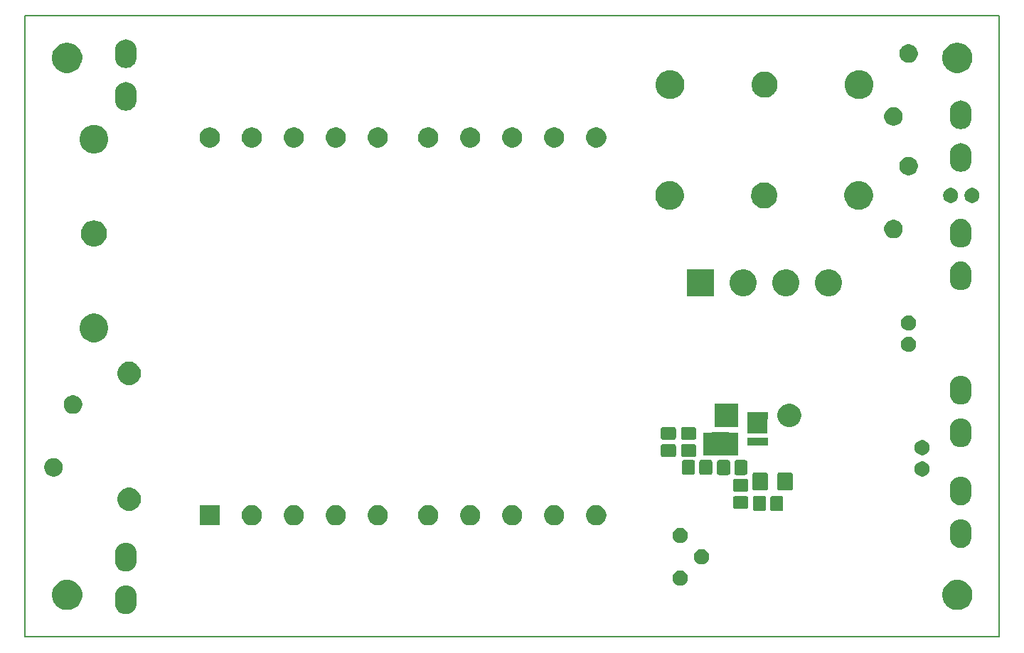
<source format=gbs>
G04 #@! TF.GenerationSoftware,KiCad,Pcbnew,(5.0.1-3-g963ef8bb5)*
G04 #@! TF.CreationDate,2019-02-13T20:56:37+01:00*
G04 #@! TF.ProjectId,c64-psu,6336342D7073752E6B696361645F7063,rev?*
G04 #@! TF.SameCoordinates,Original*
G04 #@! TF.FileFunction,Soldermask,Bot*
G04 #@! TF.FilePolarity,Negative*
%FSLAX46Y46*%
G04 Gerber Fmt 4.6, Leading zero omitted, Abs format (unit mm)*
G04 Created by KiCad (PCBNEW (5.0.1-3-g963ef8bb5)) date Wednesday, 13 February 2019 at 20:56:37*
%MOMM*%
%LPD*%
G01*
G04 APERTURE LIST*
%ADD10C,0.150000*%
%ADD11C,0.100000*%
G04 APERTURE END LIST*
D10*
X89000000Y-136000000D02*
X89000000Y-62000000D01*
X205000000Y-136000000D02*
X89000000Y-136000000D01*
X205000000Y-62000000D02*
X205000000Y-136000000D01*
X89000000Y-62000000D02*
X205000000Y-62000000D01*
D11*
G36*
X101254844Y-129898810D02*
X101499895Y-129973145D01*
X101725735Y-130093860D01*
X101923687Y-130256313D01*
X102086140Y-130454264D01*
X102206855Y-130680104D01*
X102281190Y-130925155D01*
X102300000Y-131116136D01*
X102300000Y-132043863D01*
X102281190Y-132234845D01*
X102206855Y-132479896D01*
X102086140Y-132705736D01*
X101923687Y-132903687D01*
X101725736Y-133066140D01*
X101499896Y-133186855D01*
X101254845Y-133261190D01*
X101000000Y-133286290D01*
X100745156Y-133261190D01*
X100500105Y-133186855D01*
X100274265Y-133066140D01*
X100076314Y-132903687D01*
X99913860Y-132705736D01*
X99793145Y-132479896D01*
X99718810Y-132234845D01*
X99700000Y-132043864D01*
X99700000Y-131116137D01*
X99718810Y-130925156D01*
X99793145Y-130680105D01*
X99913860Y-130454265D01*
X100076313Y-130256313D01*
X100274264Y-130093860D01*
X100500104Y-129973145D01*
X100745155Y-129898810D01*
X101000000Y-129873710D01*
X101254844Y-129898810D01*
X101254844Y-129898810D01*
G37*
G36*
X94409122Y-129246115D02*
X94525041Y-129269173D01*
X94852620Y-129404861D01*
X94898898Y-129435783D01*
X95147436Y-129601851D01*
X95398149Y-129852564D01*
X95398151Y-129852567D01*
X95595139Y-130147380D01*
X95722255Y-130454264D01*
X95730827Y-130474960D01*
X95800000Y-130822714D01*
X95800000Y-131177286D01*
X95730827Y-131525040D01*
X95595140Y-131852618D01*
X95398149Y-132147436D01*
X95147436Y-132398149D01*
X95147433Y-132398151D01*
X94852620Y-132595139D01*
X94525041Y-132730827D01*
X94409122Y-132753885D01*
X94177286Y-132800000D01*
X93822714Y-132800000D01*
X93590878Y-132753885D01*
X93474959Y-132730827D01*
X93147380Y-132595139D01*
X92852567Y-132398151D01*
X92852564Y-132398149D01*
X92601851Y-132147436D01*
X92404860Y-131852618D01*
X92269173Y-131525040D01*
X92200000Y-131177286D01*
X92200000Y-130822714D01*
X92269173Y-130474960D01*
X92277746Y-130454264D01*
X92404861Y-130147380D01*
X92601849Y-129852567D01*
X92601851Y-129852564D01*
X92852564Y-129601851D01*
X93101102Y-129435783D01*
X93147380Y-129404861D01*
X93474959Y-129269173D01*
X93590878Y-129246115D01*
X93822714Y-129200000D01*
X94177286Y-129200000D01*
X94409122Y-129246115D01*
X94409122Y-129246115D01*
G37*
G36*
X200409122Y-129246115D02*
X200525041Y-129269173D01*
X200852620Y-129404861D01*
X200898898Y-129435783D01*
X201147436Y-129601851D01*
X201398149Y-129852564D01*
X201398151Y-129852567D01*
X201595139Y-130147380D01*
X201722255Y-130454264D01*
X201730827Y-130474960D01*
X201800000Y-130822714D01*
X201800000Y-131177286D01*
X201730827Y-131525040D01*
X201595140Y-131852618D01*
X201398149Y-132147436D01*
X201147436Y-132398149D01*
X201147433Y-132398151D01*
X200852620Y-132595139D01*
X200525041Y-132730827D01*
X200409122Y-132753885D01*
X200177286Y-132800000D01*
X199822714Y-132800000D01*
X199590878Y-132753885D01*
X199474959Y-132730827D01*
X199147380Y-132595139D01*
X198852567Y-132398151D01*
X198852564Y-132398149D01*
X198601851Y-132147436D01*
X198404860Y-131852618D01*
X198269173Y-131525040D01*
X198200000Y-131177286D01*
X198200000Y-130822714D01*
X198269173Y-130474960D01*
X198277746Y-130454264D01*
X198404861Y-130147380D01*
X198601849Y-129852567D01*
X198601851Y-129852564D01*
X198852564Y-129601851D01*
X199101102Y-129435783D01*
X199147380Y-129404861D01*
X199474959Y-129269173D01*
X199590878Y-129246115D01*
X199822714Y-129200000D01*
X200177286Y-129200000D01*
X200409122Y-129246115D01*
X200409122Y-129246115D01*
G37*
G36*
X167268353Y-128115355D02*
X167435784Y-128184707D01*
X167586466Y-128285390D01*
X167714610Y-128413534D01*
X167815293Y-128564216D01*
X167884645Y-128731647D01*
X167920000Y-128909387D01*
X167920000Y-129090613D01*
X167884645Y-129268353D01*
X167815293Y-129435784D01*
X167714610Y-129586466D01*
X167586466Y-129714610D01*
X167435784Y-129815293D01*
X167268353Y-129884645D01*
X167090613Y-129920000D01*
X166909387Y-129920000D01*
X166731647Y-129884645D01*
X166564216Y-129815293D01*
X166413534Y-129714610D01*
X166285390Y-129586466D01*
X166184707Y-129435784D01*
X166115355Y-129268353D01*
X166080000Y-129090613D01*
X166080000Y-128909387D01*
X166115355Y-128731647D01*
X166184707Y-128564216D01*
X166285390Y-128413534D01*
X166413534Y-128285390D01*
X166564216Y-128184707D01*
X166731647Y-128115355D01*
X166909387Y-128080000D01*
X167090613Y-128080000D01*
X167268353Y-128115355D01*
X167268353Y-128115355D01*
G37*
G36*
X101254844Y-124818810D02*
X101499895Y-124893145D01*
X101725735Y-125013860D01*
X101923687Y-125176313D01*
X102086140Y-125374264D01*
X102206855Y-125600104D01*
X102281190Y-125845155D01*
X102300000Y-126036136D01*
X102300000Y-126963863D01*
X102281190Y-127154845D01*
X102206855Y-127399896D01*
X102086140Y-127625736D01*
X101923687Y-127823687D01*
X101725736Y-127986140D01*
X101499896Y-128106855D01*
X101254845Y-128181190D01*
X101000000Y-128206290D01*
X100745156Y-128181190D01*
X100500105Y-128106855D01*
X100274265Y-127986140D01*
X100076314Y-127823687D01*
X99913860Y-127625736D01*
X99793145Y-127399896D01*
X99718810Y-127154845D01*
X99700000Y-126963864D01*
X99700000Y-126036137D01*
X99718810Y-125845156D01*
X99793145Y-125600105D01*
X99913860Y-125374265D01*
X100076313Y-125176313D01*
X100274264Y-125013860D01*
X100500104Y-124893145D01*
X100745155Y-124818810D01*
X101000000Y-124793710D01*
X101254844Y-124818810D01*
X101254844Y-124818810D01*
G37*
G36*
X169808353Y-125575355D02*
X169975784Y-125644707D01*
X170126466Y-125745390D01*
X170254610Y-125873534D01*
X170355293Y-126024216D01*
X170424645Y-126191647D01*
X170460000Y-126369387D01*
X170460000Y-126550613D01*
X170424645Y-126728353D01*
X170355293Y-126895784D01*
X170254610Y-127046466D01*
X170126466Y-127174610D01*
X169975784Y-127275293D01*
X169808353Y-127344645D01*
X169630613Y-127380000D01*
X169449387Y-127380000D01*
X169271647Y-127344645D01*
X169104216Y-127275293D01*
X168953534Y-127174610D01*
X168825390Y-127046466D01*
X168724707Y-126895784D01*
X168655355Y-126728353D01*
X168620000Y-126550613D01*
X168620000Y-126369387D01*
X168655355Y-126191647D01*
X168724707Y-126024216D01*
X168825390Y-125873534D01*
X168953534Y-125745390D01*
X169104216Y-125644707D01*
X169271647Y-125575355D01*
X169449387Y-125540000D01*
X169630613Y-125540000D01*
X169808353Y-125575355D01*
X169808353Y-125575355D01*
G37*
G36*
X200654844Y-121998810D02*
X200899895Y-122073145D01*
X201125735Y-122193860D01*
X201323687Y-122356313D01*
X201486140Y-122554264D01*
X201606855Y-122780104D01*
X201681190Y-123025155D01*
X201700000Y-123216136D01*
X201700000Y-124143863D01*
X201681190Y-124334845D01*
X201606855Y-124579896D01*
X201486140Y-124805736D01*
X201323687Y-125003687D01*
X201125736Y-125166140D01*
X200899896Y-125286855D01*
X200654845Y-125361190D01*
X200400000Y-125386290D01*
X200145156Y-125361190D01*
X199900105Y-125286855D01*
X199674265Y-125166140D01*
X199476314Y-125003687D01*
X199313860Y-124805736D01*
X199193145Y-124579896D01*
X199118810Y-124334845D01*
X199100000Y-124143864D01*
X199100000Y-123216137D01*
X199118810Y-123025156D01*
X199193145Y-122780105D01*
X199313860Y-122554265D01*
X199476313Y-122356313D01*
X199674264Y-122193860D01*
X199900104Y-122073145D01*
X200145155Y-121998810D01*
X200400000Y-121973710D01*
X200654844Y-121998810D01*
X200654844Y-121998810D01*
G37*
G36*
X167268353Y-123035355D02*
X167435784Y-123104707D01*
X167586466Y-123205390D01*
X167714610Y-123333534D01*
X167815293Y-123484216D01*
X167884645Y-123651647D01*
X167920000Y-123829387D01*
X167920000Y-124010613D01*
X167884645Y-124188353D01*
X167815293Y-124355784D01*
X167714610Y-124506466D01*
X167586466Y-124634610D01*
X167435784Y-124735293D01*
X167268353Y-124804645D01*
X167090613Y-124840000D01*
X166909387Y-124840000D01*
X166731647Y-124804645D01*
X166564216Y-124735293D01*
X166413534Y-124634610D01*
X166285390Y-124506466D01*
X166184707Y-124355784D01*
X166115355Y-124188353D01*
X166080000Y-124010613D01*
X166080000Y-123829387D01*
X166115355Y-123651647D01*
X166184707Y-123484216D01*
X166285390Y-123333534D01*
X166413534Y-123205390D01*
X166564216Y-123104707D01*
X166731647Y-123035355D01*
X166909387Y-123000000D01*
X167090613Y-123000000D01*
X167268353Y-123035355D01*
X167268353Y-123035355D01*
G37*
G36*
X157350026Y-120346115D02*
X157568412Y-120436573D01*
X157764958Y-120567901D01*
X157932099Y-120735042D01*
X158063427Y-120931588D01*
X158153885Y-121149974D01*
X158200000Y-121381809D01*
X158200000Y-121618191D01*
X158153885Y-121850026D01*
X158063427Y-122068412D01*
X157932099Y-122264958D01*
X157764958Y-122432099D01*
X157568412Y-122563427D01*
X157350026Y-122653885D01*
X157118191Y-122700000D01*
X156881809Y-122700000D01*
X156649974Y-122653885D01*
X156431588Y-122563427D01*
X156235042Y-122432099D01*
X156067901Y-122264958D01*
X155936573Y-122068412D01*
X155846115Y-121850026D01*
X155800000Y-121618191D01*
X155800000Y-121381809D01*
X155846115Y-121149974D01*
X155936573Y-120931588D01*
X156067901Y-120735042D01*
X156235042Y-120567901D01*
X156431588Y-120436573D01*
X156649974Y-120346115D01*
X156881809Y-120300000D01*
X157118191Y-120300000D01*
X157350026Y-120346115D01*
X157350026Y-120346115D01*
G37*
G36*
X152350026Y-120346115D02*
X152568412Y-120436573D01*
X152764958Y-120567901D01*
X152932099Y-120735042D01*
X153063427Y-120931588D01*
X153153885Y-121149974D01*
X153200000Y-121381809D01*
X153200000Y-121618191D01*
X153153885Y-121850026D01*
X153063427Y-122068412D01*
X152932099Y-122264958D01*
X152764958Y-122432099D01*
X152568412Y-122563427D01*
X152350026Y-122653885D01*
X152118191Y-122700000D01*
X151881809Y-122700000D01*
X151649974Y-122653885D01*
X151431588Y-122563427D01*
X151235042Y-122432099D01*
X151067901Y-122264958D01*
X150936573Y-122068412D01*
X150846115Y-121850026D01*
X150800000Y-121618191D01*
X150800000Y-121381809D01*
X150846115Y-121149974D01*
X150936573Y-120931588D01*
X151067901Y-120735042D01*
X151235042Y-120567901D01*
X151431588Y-120436573D01*
X151649974Y-120346115D01*
X151881809Y-120300000D01*
X152118191Y-120300000D01*
X152350026Y-120346115D01*
X152350026Y-120346115D01*
G37*
G36*
X147350026Y-120346115D02*
X147568412Y-120436573D01*
X147764958Y-120567901D01*
X147932099Y-120735042D01*
X148063427Y-120931588D01*
X148153885Y-121149974D01*
X148200000Y-121381809D01*
X148200000Y-121618191D01*
X148153885Y-121850026D01*
X148063427Y-122068412D01*
X147932099Y-122264958D01*
X147764958Y-122432099D01*
X147568412Y-122563427D01*
X147350026Y-122653885D01*
X147118191Y-122700000D01*
X146881809Y-122700000D01*
X146649974Y-122653885D01*
X146431588Y-122563427D01*
X146235042Y-122432099D01*
X146067901Y-122264958D01*
X145936573Y-122068412D01*
X145846115Y-121850026D01*
X145800000Y-121618191D01*
X145800000Y-121381809D01*
X145846115Y-121149974D01*
X145936573Y-120931588D01*
X146067901Y-120735042D01*
X146235042Y-120567901D01*
X146431588Y-120436573D01*
X146649974Y-120346115D01*
X146881809Y-120300000D01*
X147118191Y-120300000D01*
X147350026Y-120346115D01*
X147350026Y-120346115D01*
G37*
G36*
X142350026Y-120346115D02*
X142568412Y-120436573D01*
X142764958Y-120567901D01*
X142932099Y-120735042D01*
X143063427Y-120931588D01*
X143153885Y-121149974D01*
X143200000Y-121381809D01*
X143200000Y-121618191D01*
X143153885Y-121850026D01*
X143063427Y-122068412D01*
X142932099Y-122264958D01*
X142764958Y-122432099D01*
X142568412Y-122563427D01*
X142350026Y-122653885D01*
X142118191Y-122700000D01*
X141881809Y-122700000D01*
X141649974Y-122653885D01*
X141431588Y-122563427D01*
X141235042Y-122432099D01*
X141067901Y-122264958D01*
X140936573Y-122068412D01*
X140846115Y-121850026D01*
X140800000Y-121618191D01*
X140800000Y-121381809D01*
X140846115Y-121149974D01*
X140936573Y-120931588D01*
X141067901Y-120735042D01*
X141235042Y-120567901D01*
X141431588Y-120436573D01*
X141649974Y-120346115D01*
X141881809Y-120300000D01*
X142118191Y-120300000D01*
X142350026Y-120346115D01*
X142350026Y-120346115D01*
G37*
G36*
X137350026Y-120346115D02*
X137568412Y-120436573D01*
X137764958Y-120567901D01*
X137932099Y-120735042D01*
X138063427Y-120931588D01*
X138153885Y-121149974D01*
X138200000Y-121381809D01*
X138200000Y-121618191D01*
X138153885Y-121850026D01*
X138063427Y-122068412D01*
X137932099Y-122264958D01*
X137764958Y-122432099D01*
X137568412Y-122563427D01*
X137350026Y-122653885D01*
X137118191Y-122700000D01*
X136881809Y-122700000D01*
X136649974Y-122653885D01*
X136431588Y-122563427D01*
X136235042Y-122432099D01*
X136067901Y-122264958D01*
X135936573Y-122068412D01*
X135846115Y-121850026D01*
X135800000Y-121618191D01*
X135800000Y-121381809D01*
X135846115Y-121149974D01*
X135936573Y-120931588D01*
X136067901Y-120735042D01*
X136235042Y-120567901D01*
X136431588Y-120436573D01*
X136649974Y-120346115D01*
X136881809Y-120300000D01*
X137118191Y-120300000D01*
X137350026Y-120346115D01*
X137350026Y-120346115D01*
G37*
G36*
X131350026Y-120346115D02*
X131568412Y-120436573D01*
X131764958Y-120567901D01*
X131932099Y-120735042D01*
X132063427Y-120931588D01*
X132153885Y-121149974D01*
X132200000Y-121381809D01*
X132200000Y-121618191D01*
X132153885Y-121850026D01*
X132063427Y-122068412D01*
X131932099Y-122264958D01*
X131764958Y-122432099D01*
X131568412Y-122563427D01*
X131350026Y-122653885D01*
X131118191Y-122700000D01*
X130881809Y-122700000D01*
X130649974Y-122653885D01*
X130431588Y-122563427D01*
X130235042Y-122432099D01*
X130067901Y-122264958D01*
X129936573Y-122068412D01*
X129846115Y-121850026D01*
X129800000Y-121618191D01*
X129800000Y-121381809D01*
X129846115Y-121149974D01*
X129936573Y-120931588D01*
X130067901Y-120735042D01*
X130235042Y-120567901D01*
X130431588Y-120436573D01*
X130649974Y-120346115D01*
X130881809Y-120300000D01*
X131118191Y-120300000D01*
X131350026Y-120346115D01*
X131350026Y-120346115D01*
G37*
G36*
X126350026Y-120346115D02*
X126568412Y-120436573D01*
X126764958Y-120567901D01*
X126932099Y-120735042D01*
X127063427Y-120931588D01*
X127153885Y-121149974D01*
X127200000Y-121381809D01*
X127200000Y-121618191D01*
X127153885Y-121850026D01*
X127063427Y-122068412D01*
X126932099Y-122264958D01*
X126764958Y-122432099D01*
X126568412Y-122563427D01*
X126350026Y-122653885D01*
X126118191Y-122700000D01*
X125881809Y-122700000D01*
X125649974Y-122653885D01*
X125431588Y-122563427D01*
X125235042Y-122432099D01*
X125067901Y-122264958D01*
X124936573Y-122068412D01*
X124846115Y-121850026D01*
X124800000Y-121618191D01*
X124800000Y-121381809D01*
X124846115Y-121149974D01*
X124936573Y-120931588D01*
X125067901Y-120735042D01*
X125235042Y-120567901D01*
X125431588Y-120436573D01*
X125649974Y-120346115D01*
X125881809Y-120300000D01*
X126118191Y-120300000D01*
X126350026Y-120346115D01*
X126350026Y-120346115D01*
G37*
G36*
X121350026Y-120346115D02*
X121568412Y-120436573D01*
X121764958Y-120567901D01*
X121932099Y-120735042D01*
X122063427Y-120931588D01*
X122153885Y-121149974D01*
X122200000Y-121381809D01*
X122200000Y-121618191D01*
X122153885Y-121850026D01*
X122063427Y-122068412D01*
X121932099Y-122264958D01*
X121764958Y-122432099D01*
X121568412Y-122563427D01*
X121350026Y-122653885D01*
X121118191Y-122700000D01*
X120881809Y-122700000D01*
X120649974Y-122653885D01*
X120431588Y-122563427D01*
X120235042Y-122432099D01*
X120067901Y-122264958D01*
X119936573Y-122068412D01*
X119846115Y-121850026D01*
X119800000Y-121618191D01*
X119800000Y-121381809D01*
X119846115Y-121149974D01*
X119936573Y-120931588D01*
X120067901Y-120735042D01*
X120235042Y-120567901D01*
X120431588Y-120436573D01*
X120649974Y-120346115D01*
X120881809Y-120300000D01*
X121118191Y-120300000D01*
X121350026Y-120346115D01*
X121350026Y-120346115D01*
G37*
G36*
X116350026Y-120346115D02*
X116568412Y-120436573D01*
X116764958Y-120567901D01*
X116932099Y-120735042D01*
X117063427Y-120931588D01*
X117153885Y-121149974D01*
X117200000Y-121381809D01*
X117200000Y-121618191D01*
X117153885Y-121850026D01*
X117063427Y-122068412D01*
X116932099Y-122264958D01*
X116764958Y-122432099D01*
X116568412Y-122563427D01*
X116350026Y-122653885D01*
X116118191Y-122700000D01*
X115881809Y-122700000D01*
X115649974Y-122653885D01*
X115431588Y-122563427D01*
X115235042Y-122432099D01*
X115067901Y-122264958D01*
X114936573Y-122068412D01*
X114846115Y-121850026D01*
X114800000Y-121618191D01*
X114800000Y-121381809D01*
X114846115Y-121149974D01*
X114936573Y-120931588D01*
X115067901Y-120735042D01*
X115235042Y-120567901D01*
X115431588Y-120436573D01*
X115649974Y-120346115D01*
X115881809Y-120300000D01*
X116118191Y-120300000D01*
X116350026Y-120346115D01*
X116350026Y-120346115D01*
G37*
G36*
X112200000Y-122700000D02*
X109800000Y-122700000D01*
X109800000Y-120300000D01*
X112200000Y-120300000D01*
X112200000Y-122700000D01*
X112200000Y-122700000D01*
G37*
G36*
X101673126Y-118226900D02*
X101808365Y-118253801D01*
X102063149Y-118359336D01*
X102226424Y-118468433D01*
X102292451Y-118512551D01*
X102487449Y-118707549D01*
X102487451Y-118707552D01*
X102640664Y-118936851D01*
X102746199Y-119191635D01*
X102772467Y-119323692D01*
X102790524Y-119414470D01*
X102800000Y-119462112D01*
X102800000Y-119737888D01*
X102746199Y-120008365D01*
X102640664Y-120263149D01*
X102524785Y-120436574D01*
X102487449Y-120492451D01*
X102292451Y-120687449D01*
X102292448Y-120687451D01*
X102063149Y-120840664D01*
X101808365Y-120946199D01*
X101673126Y-120973100D01*
X101537889Y-121000000D01*
X101262111Y-121000000D01*
X101126874Y-120973100D01*
X100991635Y-120946199D01*
X100736851Y-120840664D01*
X100507552Y-120687451D01*
X100507549Y-120687449D01*
X100312551Y-120492451D01*
X100275215Y-120436574D01*
X100159336Y-120263149D01*
X100053801Y-120008365D01*
X100000000Y-119737888D01*
X100000000Y-119462112D01*
X100009477Y-119414470D01*
X100027533Y-119323692D01*
X100053801Y-119191635D01*
X100159336Y-118936851D01*
X100312549Y-118707552D01*
X100312551Y-118707549D01*
X100507549Y-118512551D01*
X100573576Y-118468433D01*
X100736851Y-118359336D01*
X100991635Y-118253801D01*
X101126874Y-118226900D01*
X101262111Y-118200000D01*
X101537889Y-118200000D01*
X101673126Y-118226900D01*
X101673126Y-118226900D01*
G37*
G36*
X177010530Y-119205710D02*
X177060379Y-119220831D01*
X177106311Y-119245382D01*
X177146574Y-119278426D01*
X177179618Y-119318689D01*
X177204169Y-119364621D01*
X177219290Y-119414470D01*
X177225000Y-119472444D01*
X177225000Y-120727556D01*
X177219290Y-120785530D01*
X177204169Y-120835379D01*
X177179618Y-120881311D01*
X177146574Y-120921574D01*
X177106311Y-120954618D01*
X177060379Y-120979169D01*
X177010530Y-120994290D01*
X176952556Y-121000000D01*
X175947444Y-121000000D01*
X175889470Y-120994290D01*
X175839621Y-120979169D01*
X175793689Y-120954618D01*
X175753426Y-120921574D01*
X175720382Y-120881311D01*
X175695831Y-120835379D01*
X175680710Y-120785530D01*
X175675000Y-120727556D01*
X175675000Y-119472444D01*
X175680710Y-119414470D01*
X175695831Y-119364621D01*
X175720382Y-119318689D01*
X175753426Y-119278426D01*
X175793689Y-119245382D01*
X175839621Y-119220831D01*
X175889470Y-119205710D01*
X175947444Y-119200000D01*
X176952556Y-119200000D01*
X177010530Y-119205710D01*
X177010530Y-119205710D01*
G37*
G36*
X179060530Y-119205710D02*
X179110379Y-119220831D01*
X179156311Y-119245382D01*
X179196574Y-119278426D01*
X179229618Y-119318689D01*
X179254169Y-119364621D01*
X179269290Y-119414470D01*
X179275000Y-119472444D01*
X179275000Y-120727556D01*
X179269290Y-120785530D01*
X179254169Y-120835379D01*
X179229618Y-120881311D01*
X179196574Y-120921574D01*
X179156311Y-120954618D01*
X179110379Y-120979169D01*
X179060530Y-120994290D01*
X179002556Y-121000000D01*
X177997444Y-121000000D01*
X177939470Y-120994290D01*
X177889621Y-120979169D01*
X177843689Y-120954618D01*
X177803426Y-120921574D01*
X177770382Y-120881311D01*
X177745831Y-120835379D01*
X177730710Y-120785530D01*
X177725000Y-120727556D01*
X177725000Y-119472444D01*
X177730710Y-119414470D01*
X177745831Y-119364621D01*
X177770382Y-119318689D01*
X177803426Y-119278426D01*
X177843689Y-119245382D01*
X177889621Y-119220831D01*
X177939470Y-119205710D01*
X177997444Y-119200000D01*
X179002556Y-119200000D01*
X179060530Y-119205710D01*
X179060530Y-119205710D01*
G37*
G36*
X174885530Y-119230710D02*
X174935379Y-119245831D01*
X174981311Y-119270382D01*
X175021574Y-119303426D01*
X175054618Y-119343689D01*
X175079169Y-119389621D01*
X175094290Y-119439470D01*
X175100000Y-119497444D01*
X175100000Y-120502556D01*
X175094290Y-120560530D01*
X175079169Y-120610379D01*
X175054618Y-120656311D01*
X175021574Y-120696574D01*
X174981311Y-120729618D01*
X174935379Y-120754169D01*
X174885530Y-120769290D01*
X174827556Y-120775000D01*
X173572444Y-120775000D01*
X173514470Y-120769290D01*
X173464621Y-120754169D01*
X173418689Y-120729618D01*
X173378426Y-120696574D01*
X173345382Y-120656311D01*
X173320831Y-120610379D01*
X173305710Y-120560530D01*
X173300000Y-120502556D01*
X173300000Y-119497444D01*
X173305710Y-119439470D01*
X173320831Y-119389621D01*
X173345382Y-119343689D01*
X173378426Y-119303426D01*
X173418689Y-119270382D01*
X173464621Y-119245831D01*
X173514470Y-119230710D01*
X173572444Y-119225000D01*
X174827556Y-119225000D01*
X174885530Y-119230710D01*
X174885530Y-119230710D01*
G37*
G36*
X200654844Y-116918810D02*
X200899895Y-116993145D01*
X201125735Y-117113860D01*
X201323687Y-117276313D01*
X201486140Y-117474264D01*
X201606855Y-117700104D01*
X201681190Y-117945155D01*
X201700000Y-118136136D01*
X201700000Y-119063863D01*
X201681190Y-119254845D01*
X201606855Y-119499896D01*
X201486140Y-119725736D01*
X201323687Y-119923687D01*
X201125736Y-120086140D01*
X200899896Y-120206855D01*
X200654845Y-120281190D01*
X200400000Y-120306290D01*
X200145156Y-120281190D01*
X199900105Y-120206855D01*
X199674265Y-120086140D01*
X199476314Y-119923687D01*
X199313860Y-119725736D01*
X199193145Y-119499896D01*
X199118810Y-119254845D01*
X199100000Y-119063864D01*
X199100000Y-118136137D01*
X199118810Y-117945156D01*
X199193145Y-117700105D01*
X199313860Y-117474265D01*
X199476313Y-117276313D01*
X199674264Y-117113860D01*
X199900104Y-116993145D01*
X200145155Y-116918810D01*
X200400000Y-116893710D01*
X200654844Y-116918810D01*
X200654844Y-116918810D01*
G37*
G36*
X174885530Y-117180710D02*
X174935379Y-117195831D01*
X174981311Y-117220382D01*
X175021574Y-117253426D01*
X175054618Y-117293689D01*
X175079169Y-117339621D01*
X175094290Y-117389470D01*
X175100000Y-117447444D01*
X175100000Y-118452556D01*
X175094290Y-118510530D01*
X175079169Y-118560379D01*
X175054618Y-118606311D01*
X175021574Y-118646574D01*
X174981311Y-118679618D01*
X174935379Y-118704169D01*
X174885530Y-118719290D01*
X174827556Y-118725000D01*
X173572444Y-118725000D01*
X173514470Y-118719290D01*
X173464621Y-118704169D01*
X173418689Y-118679618D01*
X173378426Y-118646574D01*
X173345382Y-118606311D01*
X173320831Y-118560379D01*
X173305710Y-118510530D01*
X173300000Y-118452556D01*
X173300000Y-117447444D01*
X173305710Y-117389470D01*
X173320831Y-117339621D01*
X173345382Y-117293689D01*
X173378426Y-117253426D01*
X173418689Y-117220382D01*
X173464621Y-117195831D01*
X173514470Y-117180710D01*
X173572444Y-117175000D01*
X174827556Y-117175000D01*
X174885530Y-117180710D01*
X174885530Y-117180710D01*
G37*
G36*
X177232482Y-116430186D02*
X177277204Y-116443753D01*
X177318433Y-116465790D01*
X177354561Y-116495439D01*
X177384210Y-116531567D01*
X177406247Y-116572796D01*
X177419814Y-116617518D01*
X177425000Y-116670175D01*
X177425000Y-118329825D01*
X177419814Y-118382482D01*
X177406247Y-118427204D01*
X177384210Y-118468433D01*
X177354561Y-118504561D01*
X177318433Y-118534210D01*
X177277204Y-118556247D01*
X177232482Y-118569814D01*
X177179825Y-118575000D01*
X175845175Y-118575000D01*
X175792518Y-118569814D01*
X175747796Y-118556247D01*
X175706567Y-118534210D01*
X175670439Y-118504561D01*
X175640790Y-118468433D01*
X175618753Y-118427204D01*
X175605186Y-118382482D01*
X175600000Y-118329825D01*
X175600000Y-116670175D01*
X175605186Y-116617518D01*
X175618753Y-116572796D01*
X175640790Y-116531567D01*
X175670439Y-116495439D01*
X175706567Y-116465790D01*
X175747796Y-116443753D01*
X175792518Y-116430186D01*
X175845175Y-116425000D01*
X177179825Y-116425000D01*
X177232482Y-116430186D01*
X177232482Y-116430186D01*
G37*
G36*
X180207482Y-116430186D02*
X180252204Y-116443753D01*
X180293433Y-116465790D01*
X180329561Y-116495439D01*
X180359210Y-116531567D01*
X180381247Y-116572796D01*
X180394814Y-116617518D01*
X180400000Y-116670175D01*
X180400000Y-118329825D01*
X180394814Y-118382482D01*
X180381247Y-118427204D01*
X180359210Y-118468433D01*
X180329561Y-118504561D01*
X180293433Y-118534210D01*
X180252204Y-118556247D01*
X180207482Y-118569814D01*
X180154825Y-118575000D01*
X178820175Y-118575000D01*
X178767518Y-118569814D01*
X178722796Y-118556247D01*
X178681567Y-118534210D01*
X178645439Y-118504561D01*
X178615790Y-118468433D01*
X178593753Y-118427204D01*
X178580186Y-118382482D01*
X178575000Y-118329825D01*
X178575000Y-116670175D01*
X178580186Y-116617518D01*
X178593753Y-116572796D01*
X178615790Y-116531567D01*
X178645439Y-116495439D01*
X178681567Y-116465790D01*
X178722796Y-116443753D01*
X178767518Y-116430186D01*
X178820175Y-116425000D01*
X180154825Y-116425000D01*
X180207482Y-116430186D01*
X180207482Y-116430186D01*
G37*
G36*
X92720857Y-114742272D02*
X92921042Y-114825191D01*
X92921045Y-114825193D01*
X93080107Y-114931475D01*
X93101213Y-114945578D01*
X93254422Y-115098787D01*
X93254424Y-115098790D01*
X93254425Y-115098791D01*
X93346744Y-115236956D01*
X93374809Y-115278958D01*
X93457728Y-115479143D01*
X93500000Y-115691658D01*
X93500000Y-115908342D01*
X93457728Y-116120857D01*
X93374809Y-116321042D01*
X93374807Y-116321045D01*
X93301236Y-116431152D01*
X93254422Y-116501213D01*
X93101213Y-116654422D01*
X93101210Y-116654424D01*
X93101209Y-116654425D01*
X93033001Y-116700000D01*
X92921042Y-116774809D01*
X92720857Y-116857728D01*
X92508342Y-116900000D01*
X92291658Y-116900000D01*
X92079143Y-116857728D01*
X91878958Y-116774809D01*
X91766999Y-116700000D01*
X91698791Y-116654425D01*
X91698790Y-116654424D01*
X91698787Y-116654422D01*
X91545578Y-116501213D01*
X91498765Y-116431152D01*
X91425193Y-116321045D01*
X91425191Y-116321042D01*
X91342272Y-116120857D01*
X91300000Y-115908342D01*
X91300000Y-115691658D01*
X91342272Y-115479143D01*
X91425191Y-115278958D01*
X91453256Y-115236956D01*
X91545575Y-115098791D01*
X91545576Y-115098790D01*
X91545578Y-115098787D01*
X91698787Y-114945578D01*
X91719894Y-114931475D01*
X91878955Y-114825193D01*
X91878958Y-114825191D01*
X92079143Y-114742272D01*
X92291658Y-114700000D01*
X92508342Y-114700000D01*
X92720857Y-114742272D01*
X92720857Y-114742272D01*
G37*
G36*
X196062521Y-115134586D02*
X196226309Y-115202429D01*
X196373720Y-115300926D01*
X196499074Y-115426280D01*
X196597571Y-115573691D01*
X196665414Y-115737479D01*
X196700000Y-115911356D01*
X196700000Y-116088644D01*
X196665414Y-116262521D01*
X196597571Y-116426309D01*
X196499074Y-116573720D01*
X196373720Y-116699074D01*
X196226309Y-116797571D01*
X196062521Y-116865414D01*
X195888644Y-116900000D01*
X195711356Y-116900000D01*
X195537479Y-116865414D01*
X195373691Y-116797571D01*
X195226280Y-116699074D01*
X195100926Y-116573720D01*
X195002429Y-116426309D01*
X194934586Y-116262521D01*
X194900000Y-116088644D01*
X194900000Y-115911356D01*
X194934586Y-115737479D01*
X195002429Y-115573691D01*
X195100926Y-115426280D01*
X195226280Y-115300926D01*
X195373691Y-115202429D01*
X195537479Y-115134586D01*
X195711356Y-115100000D01*
X195888644Y-115100000D01*
X196062521Y-115134586D01*
X196062521Y-115134586D01*
G37*
G36*
X172735530Y-114930710D02*
X172785379Y-114945831D01*
X172831311Y-114970382D01*
X172871574Y-115003426D01*
X172904618Y-115043689D01*
X172929169Y-115089621D01*
X172944290Y-115139470D01*
X172950000Y-115197444D01*
X172950000Y-116452556D01*
X172944290Y-116510530D01*
X172929169Y-116560379D01*
X172904618Y-116606311D01*
X172871574Y-116646574D01*
X172831311Y-116679618D01*
X172785379Y-116704169D01*
X172735530Y-116719290D01*
X172677556Y-116725000D01*
X171672444Y-116725000D01*
X171614470Y-116719290D01*
X171564621Y-116704169D01*
X171518689Y-116679618D01*
X171478426Y-116646574D01*
X171445382Y-116606311D01*
X171420831Y-116560379D01*
X171405710Y-116510530D01*
X171400000Y-116452556D01*
X171400000Y-115197444D01*
X171405710Y-115139470D01*
X171420831Y-115089621D01*
X171445382Y-115043689D01*
X171478426Y-115003426D01*
X171518689Y-114970382D01*
X171564621Y-114945831D01*
X171614470Y-114930710D01*
X171672444Y-114925000D01*
X172677556Y-114925000D01*
X172735530Y-114930710D01*
X172735530Y-114930710D01*
G37*
G36*
X174785530Y-114930710D02*
X174835379Y-114945831D01*
X174881311Y-114970382D01*
X174921574Y-115003426D01*
X174954618Y-115043689D01*
X174979169Y-115089621D01*
X174994290Y-115139470D01*
X175000000Y-115197444D01*
X175000000Y-116452556D01*
X174994290Y-116510530D01*
X174979169Y-116560379D01*
X174954618Y-116606311D01*
X174921574Y-116646574D01*
X174881311Y-116679618D01*
X174835379Y-116704169D01*
X174785530Y-116719290D01*
X174727556Y-116725000D01*
X173722444Y-116725000D01*
X173664470Y-116719290D01*
X173614621Y-116704169D01*
X173568689Y-116679618D01*
X173528426Y-116646574D01*
X173495382Y-116606311D01*
X173470831Y-116560379D01*
X173455710Y-116510530D01*
X173450000Y-116452556D01*
X173450000Y-115197444D01*
X173455710Y-115139470D01*
X173470831Y-115089621D01*
X173495382Y-115043689D01*
X173528426Y-115003426D01*
X173568689Y-114970382D01*
X173614621Y-114945831D01*
X173664470Y-114930710D01*
X173722444Y-114925000D01*
X174727556Y-114925000D01*
X174785530Y-114930710D01*
X174785530Y-114930710D01*
G37*
G36*
X168560530Y-114905710D02*
X168610379Y-114920831D01*
X168656311Y-114945382D01*
X168696574Y-114978426D01*
X168729618Y-115018689D01*
X168754169Y-115064621D01*
X168769290Y-115114470D01*
X168775000Y-115172444D01*
X168775000Y-116427556D01*
X168769290Y-116485530D01*
X168754169Y-116535379D01*
X168729618Y-116581311D01*
X168696574Y-116621574D01*
X168656311Y-116654618D01*
X168610379Y-116679169D01*
X168560530Y-116694290D01*
X168502556Y-116700000D01*
X167497444Y-116700000D01*
X167439470Y-116694290D01*
X167389621Y-116679169D01*
X167343689Y-116654618D01*
X167303426Y-116621574D01*
X167270382Y-116581311D01*
X167245831Y-116535379D01*
X167230710Y-116485530D01*
X167225000Y-116427556D01*
X167225000Y-115172444D01*
X167230710Y-115114470D01*
X167245831Y-115064621D01*
X167270382Y-115018689D01*
X167303426Y-114978426D01*
X167343689Y-114945382D01*
X167389621Y-114920831D01*
X167439470Y-114905710D01*
X167497444Y-114900000D01*
X168502556Y-114900000D01*
X168560530Y-114905710D01*
X168560530Y-114905710D01*
G37*
G36*
X170610530Y-114905710D02*
X170660379Y-114920831D01*
X170706311Y-114945382D01*
X170746574Y-114978426D01*
X170779618Y-115018689D01*
X170804169Y-115064621D01*
X170819290Y-115114470D01*
X170825000Y-115172444D01*
X170825000Y-116427556D01*
X170819290Y-116485530D01*
X170804169Y-116535379D01*
X170779618Y-116581311D01*
X170746574Y-116621574D01*
X170706311Y-116654618D01*
X170660379Y-116679169D01*
X170610530Y-116694290D01*
X170552556Y-116700000D01*
X169547444Y-116700000D01*
X169489470Y-116694290D01*
X169439621Y-116679169D01*
X169393689Y-116654618D01*
X169353426Y-116621574D01*
X169320382Y-116581311D01*
X169295831Y-116535379D01*
X169280710Y-116485530D01*
X169275000Y-116427556D01*
X169275000Y-115172444D01*
X169280710Y-115114470D01*
X169295831Y-115064621D01*
X169320382Y-115018689D01*
X169353426Y-114978426D01*
X169393689Y-114945382D01*
X169439621Y-114920831D01*
X169489470Y-114905710D01*
X169547444Y-114900000D01*
X170552556Y-114900000D01*
X170610530Y-114905710D01*
X170610530Y-114905710D01*
G37*
G36*
X166285530Y-113030710D02*
X166335379Y-113045831D01*
X166381311Y-113070382D01*
X166421574Y-113103426D01*
X166454618Y-113143689D01*
X166479169Y-113189621D01*
X166494290Y-113239470D01*
X166500000Y-113297444D01*
X166500000Y-114302556D01*
X166494290Y-114360530D01*
X166479169Y-114410379D01*
X166454618Y-114456311D01*
X166421574Y-114496574D01*
X166381311Y-114529618D01*
X166335379Y-114554169D01*
X166285530Y-114569290D01*
X166227556Y-114575000D01*
X164972444Y-114575000D01*
X164914470Y-114569290D01*
X164864621Y-114554169D01*
X164818689Y-114529618D01*
X164778426Y-114496574D01*
X164745382Y-114456311D01*
X164720831Y-114410379D01*
X164705710Y-114360530D01*
X164700000Y-114302556D01*
X164700000Y-113297444D01*
X164705710Y-113239470D01*
X164720831Y-113189621D01*
X164745382Y-113143689D01*
X164778426Y-113103426D01*
X164818689Y-113070382D01*
X164864621Y-113045831D01*
X164914470Y-113030710D01*
X164972444Y-113025000D01*
X166227556Y-113025000D01*
X166285530Y-113030710D01*
X166285530Y-113030710D01*
G37*
G36*
X168685530Y-113030710D02*
X168735379Y-113045831D01*
X168781311Y-113070382D01*
X168821574Y-113103426D01*
X168854618Y-113143689D01*
X168879169Y-113189621D01*
X168894290Y-113239470D01*
X168900000Y-113297444D01*
X168900000Y-114302556D01*
X168894290Y-114360530D01*
X168879169Y-114410379D01*
X168854618Y-114456311D01*
X168821574Y-114496574D01*
X168781311Y-114529618D01*
X168735379Y-114554169D01*
X168685530Y-114569290D01*
X168627556Y-114575000D01*
X167372444Y-114575000D01*
X167314470Y-114569290D01*
X167264621Y-114554169D01*
X167218689Y-114529618D01*
X167178426Y-114496574D01*
X167145382Y-114456311D01*
X167120831Y-114410379D01*
X167105710Y-114360530D01*
X167100000Y-114302556D01*
X167100000Y-113297444D01*
X167105710Y-113239470D01*
X167120831Y-113189621D01*
X167145382Y-113143689D01*
X167178426Y-113103426D01*
X167218689Y-113070382D01*
X167264621Y-113045831D01*
X167314470Y-113030710D01*
X167372444Y-113025000D01*
X168627556Y-113025000D01*
X168685530Y-113030710D01*
X168685530Y-113030710D01*
G37*
G36*
X172811612Y-111613388D02*
X172830554Y-111628934D01*
X172852165Y-111640485D01*
X172875614Y-111647598D01*
X172900000Y-111650000D01*
X173875000Y-111650000D01*
X173875000Y-114350000D01*
X172900000Y-114350000D01*
X172875614Y-114352402D01*
X172852165Y-114359515D01*
X172830554Y-114371066D01*
X172811612Y-114386612D01*
X172800624Y-114400000D01*
X170799376Y-114400000D01*
X170788388Y-114386612D01*
X170769446Y-114371066D01*
X170747835Y-114359515D01*
X170724386Y-114352402D01*
X170700000Y-114350000D01*
X169725000Y-114350000D01*
X169725000Y-111650000D01*
X170700000Y-111650000D01*
X170724386Y-111647598D01*
X170747835Y-111640485D01*
X170769446Y-111628934D01*
X170788388Y-111613388D01*
X170799376Y-111600000D01*
X172800624Y-111600000D01*
X172811612Y-111613388D01*
X172811612Y-111613388D01*
G37*
G36*
X196062521Y-112594586D02*
X196226309Y-112662429D01*
X196373720Y-112760926D01*
X196499074Y-112886280D01*
X196597571Y-113033691D01*
X196665414Y-113197479D01*
X196700000Y-113371356D01*
X196700000Y-113548644D01*
X196665414Y-113722521D01*
X196597571Y-113886309D01*
X196499074Y-114033720D01*
X196373720Y-114159074D01*
X196226309Y-114257571D01*
X196062521Y-114325414D01*
X195888644Y-114360000D01*
X195711356Y-114360000D01*
X195537479Y-114325414D01*
X195373691Y-114257571D01*
X195226280Y-114159074D01*
X195100926Y-114033720D01*
X195002429Y-113886309D01*
X194934586Y-113722521D01*
X194900000Y-113548644D01*
X194900000Y-113371356D01*
X194934586Y-113197479D01*
X195002429Y-113033691D01*
X195100926Y-112886280D01*
X195226280Y-112760926D01*
X195373691Y-112662429D01*
X195537479Y-112594586D01*
X195711356Y-112560000D01*
X195888644Y-112560000D01*
X196062521Y-112594586D01*
X196062521Y-112594586D01*
G37*
G36*
X200654844Y-109998810D02*
X200899895Y-110073145D01*
X201125735Y-110193860D01*
X201323687Y-110356313D01*
X201486140Y-110554264D01*
X201606855Y-110780104D01*
X201681190Y-111025155D01*
X201700000Y-111216136D01*
X201700000Y-112143863D01*
X201681190Y-112334845D01*
X201606855Y-112579896D01*
X201486140Y-112805736D01*
X201323687Y-113003687D01*
X201125736Y-113166140D01*
X200899896Y-113286855D01*
X200654845Y-113361190D01*
X200400000Y-113386290D01*
X200145156Y-113361190D01*
X199900105Y-113286855D01*
X199674265Y-113166140D01*
X199476314Y-113003687D01*
X199313860Y-112805736D01*
X199193145Y-112579896D01*
X199118810Y-112334845D01*
X199100000Y-112143864D01*
X199100000Y-111216137D01*
X199118810Y-111025156D01*
X199193145Y-110780105D01*
X199313860Y-110554265D01*
X199476313Y-110356313D01*
X199674264Y-110193860D01*
X199900104Y-110073145D01*
X200145155Y-109998810D01*
X200400000Y-109973710D01*
X200654844Y-109998810D01*
X200654844Y-109998810D01*
G37*
G36*
X177425000Y-113200000D02*
X174975000Y-113200000D01*
X174975000Y-112270000D01*
X177425000Y-112270000D01*
X177425000Y-113200000D01*
X177425000Y-113200000D01*
G37*
G36*
X166285530Y-110980710D02*
X166335379Y-110995831D01*
X166381311Y-111020382D01*
X166421574Y-111053426D01*
X166454618Y-111093689D01*
X166479169Y-111139621D01*
X166494290Y-111189470D01*
X166500000Y-111247444D01*
X166500000Y-112252556D01*
X166494290Y-112310530D01*
X166479169Y-112360379D01*
X166454618Y-112406311D01*
X166421574Y-112446574D01*
X166381311Y-112479618D01*
X166335379Y-112504169D01*
X166285530Y-112519290D01*
X166227556Y-112525000D01*
X164972444Y-112525000D01*
X164914470Y-112519290D01*
X164864621Y-112504169D01*
X164818689Y-112479618D01*
X164778426Y-112446574D01*
X164745382Y-112406311D01*
X164720831Y-112360379D01*
X164705710Y-112310530D01*
X164700000Y-112252556D01*
X164700000Y-111247444D01*
X164705710Y-111189470D01*
X164720831Y-111139621D01*
X164745382Y-111093689D01*
X164778426Y-111053426D01*
X164818689Y-111020382D01*
X164864621Y-110995831D01*
X164914470Y-110980710D01*
X164972444Y-110975000D01*
X166227556Y-110975000D01*
X166285530Y-110980710D01*
X166285530Y-110980710D01*
G37*
G36*
X168685530Y-110980710D02*
X168735379Y-110995831D01*
X168781311Y-111020382D01*
X168821574Y-111053426D01*
X168854618Y-111093689D01*
X168879169Y-111139621D01*
X168894290Y-111189470D01*
X168900000Y-111247444D01*
X168900000Y-112252556D01*
X168894290Y-112310530D01*
X168879169Y-112360379D01*
X168854618Y-112406311D01*
X168821574Y-112446574D01*
X168781311Y-112479618D01*
X168735379Y-112504169D01*
X168685530Y-112519290D01*
X168627556Y-112525000D01*
X167372444Y-112525000D01*
X167314470Y-112519290D01*
X167264621Y-112504169D01*
X167218689Y-112479618D01*
X167178426Y-112446574D01*
X167145382Y-112406311D01*
X167120831Y-112360379D01*
X167105710Y-112310530D01*
X167100000Y-112252556D01*
X167100000Y-111247444D01*
X167105710Y-111189470D01*
X167120831Y-111139621D01*
X167145382Y-111093689D01*
X167178426Y-111053426D01*
X167218689Y-111020382D01*
X167264621Y-110995831D01*
X167314470Y-110980710D01*
X167372444Y-110975000D01*
X168627556Y-110975000D01*
X168685530Y-110980710D01*
X168685530Y-110980710D01*
G37*
G36*
X177425000Y-110075624D02*
X177411612Y-110086612D01*
X177396066Y-110105554D01*
X177384515Y-110127165D01*
X177377402Y-110150614D01*
X177375000Y-110175000D01*
X177375000Y-111770000D01*
X175025000Y-111770000D01*
X175025000Y-110175000D01*
X175022598Y-110150614D01*
X175015485Y-110127165D01*
X175003934Y-110105554D01*
X174988388Y-110086612D01*
X174975000Y-110075624D01*
X174975000Y-109200000D01*
X177425000Y-109200000D01*
X177425000Y-110075624D01*
X177425000Y-110075624D01*
G37*
G36*
X180172351Y-108206855D02*
X180408365Y-108253801D01*
X180663149Y-108359336D01*
X180889397Y-108510511D01*
X180892451Y-108512551D01*
X181087449Y-108707549D01*
X181087451Y-108707552D01*
X181240664Y-108936851D01*
X181346199Y-109191635D01*
X181400000Y-109462112D01*
X181400000Y-109737888D01*
X181346199Y-110008365D01*
X181240664Y-110263149D01*
X181178413Y-110356314D01*
X181087449Y-110492451D01*
X180892451Y-110687449D01*
X180892448Y-110687451D01*
X180663149Y-110840664D01*
X180408365Y-110946199D01*
X180273126Y-110973100D01*
X180137889Y-111000000D01*
X179862111Y-111000000D01*
X179726874Y-110973100D01*
X179591635Y-110946199D01*
X179336851Y-110840664D01*
X179107552Y-110687451D01*
X179107549Y-110687449D01*
X178912551Y-110492451D01*
X178821587Y-110356314D01*
X178759336Y-110263149D01*
X178653801Y-110008365D01*
X178600000Y-109737888D01*
X178600000Y-109462112D01*
X178653801Y-109191635D01*
X178759336Y-108936851D01*
X178912549Y-108707552D01*
X178912551Y-108707549D01*
X179107549Y-108512551D01*
X179110603Y-108510511D01*
X179336851Y-108359336D01*
X179591635Y-108253801D01*
X179827649Y-108206855D01*
X179862111Y-108200000D01*
X180137889Y-108200000D01*
X180172351Y-108206855D01*
X180172351Y-108206855D01*
G37*
G36*
X173900000Y-111000000D02*
X171100000Y-111000000D01*
X171100000Y-108200000D01*
X173900000Y-108200000D01*
X173900000Y-111000000D01*
X173900000Y-111000000D01*
G37*
G36*
X95020857Y-107242272D02*
X95221042Y-107325191D01*
X95401213Y-107445578D01*
X95554422Y-107598787D01*
X95674809Y-107778958D01*
X95757728Y-107979143D01*
X95800000Y-108191658D01*
X95800000Y-108408342D01*
X95757728Y-108620857D01*
X95674809Y-108821042D01*
X95554422Y-109001213D01*
X95401213Y-109154422D01*
X95221042Y-109274809D01*
X95020857Y-109357728D01*
X94808342Y-109400000D01*
X94591658Y-109400000D01*
X94379143Y-109357728D01*
X94178958Y-109274809D01*
X93998787Y-109154422D01*
X93845578Y-109001213D01*
X93725191Y-108821042D01*
X93642272Y-108620857D01*
X93600000Y-108408342D01*
X93600000Y-108191658D01*
X93642272Y-107979143D01*
X93725191Y-107778958D01*
X93845578Y-107598787D01*
X93998787Y-107445578D01*
X94178958Y-107325191D01*
X94379143Y-107242272D01*
X94591658Y-107200000D01*
X94808342Y-107200000D01*
X95020857Y-107242272D01*
X95020857Y-107242272D01*
G37*
G36*
X200654844Y-104918810D02*
X200899895Y-104993145D01*
X201125735Y-105113860D01*
X201323687Y-105276313D01*
X201486140Y-105474264D01*
X201606855Y-105700104D01*
X201681190Y-105945155D01*
X201700000Y-106136136D01*
X201700000Y-107063863D01*
X201681190Y-107254845D01*
X201606855Y-107499896D01*
X201486140Y-107725736D01*
X201323687Y-107923687D01*
X201125736Y-108086140D01*
X200899896Y-108206855D01*
X200654845Y-108281190D01*
X200400000Y-108306290D01*
X200145156Y-108281190D01*
X199900105Y-108206855D01*
X199674265Y-108086140D01*
X199476314Y-107923687D01*
X199313860Y-107725736D01*
X199193145Y-107499896D01*
X199118810Y-107254845D01*
X199100000Y-107063864D01*
X199100000Y-106136137D01*
X199118810Y-105945156D01*
X199193145Y-105700105D01*
X199313860Y-105474265D01*
X199476313Y-105276313D01*
X199674264Y-105113860D01*
X199900104Y-104993145D01*
X200145155Y-104918810D01*
X200400000Y-104893710D01*
X200654844Y-104918810D01*
X200654844Y-104918810D01*
G37*
G36*
X101673127Y-103226901D02*
X101808365Y-103253801D01*
X102063149Y-103359336D01*
X102289397Y-103510511D01*
X102292451Y-103512551D01*
X102487449Y-103707549D01*
X102487451Y-103707552D01*
X102640664Y-103936851D01*
X102746199Y-104191635D01*
X102800000Y-104462112D01*
X102800000Y-104737888D01*
X102746199Y-105008365D01*
X102640664Y-105263149D01*
X102489489Y-105489397D01*
X102487449Y-105492451D01*
X102292451Y-105687449D01*
X102292448Y-105687451D01*
X102063149Y-105840664D01*
X101808365Y-105946199D01*
X101673127Y-105973099D01*
X101537889Y-106000000D01*
X101262111Y-106000000D01*
X101126873Y-105973099D01*
X100991635Y-105946199D01*
X100736851Y-105840664D01*
X100507552Y-105687451D01*
X100507549Y-105687449D01*
X100312551Y-105492451D01*
X100310511Y-105489397D01*
X100159336Y-105263149D01*
X100053801Y-105008365D01*
X100000000Y-104737888D01*
X100000000Y-104462112D01*
X100053801Y-104191635D01*
X100159336Y-103936851D01*
X100312549Y-103707552D01*
X100312551Y-103707549D01*
X100507549Y-103512551D01*
X100510603Y-103510511D01*
X100736851Y-103359336D01*
X100991635Y-103253801D01*
X101126873Y-103226901D01*
X101262111Y-103200000D01*
X101537889Y-103200000D01*
X101673127Y-103226901D01*
X101673127Y-103226901D01*
G37*
G36*
X194462521Y-100274586D02*
X194626309Y-100342429D01*
X194773720Y-100440926D01*
X194899074Y-100566280D01*
X194997571Y-100713691D01*
X195065414Y-100877479D01*
X195100000Y-101051356D01*
X195100000Y-101228644D01*
X195065414Y-101402521D01*
X194997571Y-101566309D01*
X194899074Y-101713720D01*
X194773720Y-101839074D01*
X194626309Y-101937571D01*
X194462521Y-102005414D01*
X194288644Y-102040000D01*
X194111356Y-102040000D01*
X193937479Y-102005414D01*
X193773691Y-101937571D01*
X193626280Y-101839074D01*
X193500926Y-101713720D01*
X193402429Y-101566309D01*
X193334586Y-101402521D01*
X193300000Y-101228644D01*
X193300000Y-101051356D01*
X193334586Y-100877479D01*
X193402429Y-100713691D01*
X193500926Y-100566280D01*
X193626280Y-100440926D01*
X193773691Y-100342429D01*
X193937479Y-100274586D01*
X194111356Y-100240000D01*
X194288644Y-100240000D01*
X194462521Y-100274586D01*
X194462521Y-100274586D01*
G37*
G36*
X97586393Y-97543553D02*
X97695872Y-97565330D01*
X98005252Y-97693479D01*
X98283687Y-97879523D01*
X98520477Y-98116313D01*
X98706521Y-98394748D01*
X98834670Y-98704128D01*
X98900000Y-99032565D01*
X98900000Y-99367435D01*
X98834670Y-99695872D01*
X98706521Y-100005252D01*
X98520477Y-100283687D01*
X98283687Y-100520477D01*
X98005252Y-100706521D01*
X97695872Y-100834670D01*
X97586393Y-100856447D01*
X97367437Y-100900000D01*
X97032563Y-100900000D01*
X96813607Y-100856447D01*
X96704128Y-100834670D01*
X96394748Y-100706521D01*
X96116313Y-100520477D01*
X95879523Y-100283687D01*
X95693479Y-100005252D01*
X95565330Y-99695872D01*
X95500000Y-99367435D01*
X95500000Y-99032565D01*
X95565330Y-98704128D01*
X95693479Y-98394748D01*
X95879523Y-98116313D01*
X96116313Y-97879523D01*
X96394748Y-97693479D01*
X96704128Y-97565330D01*
X96813607Y-97543553D01*
X97032563Y-97500000D01*
X97367437Y-97500000D01*
X97586393Y-97543553D01*
X97586393Y-97543553D01*
G37*
G36*
X194462521Y-97734586D02*
X194626309Y-97802429D01*
X194773720Y-97900926D01*
X194899074Y-98026280D01*
X194997571Y-98173691D01*
X195065414Y-98337479D01*
X195100000Y-98511356D01*
X195100000Y-98688644D01*
X195065414Y-98862521D01*
X194997571Y-99026309D01*
X194899074Y-99173720D01*
X194773720Y-99299074D01*
X194626309Y-99397571D01*
X194462521Y-99465414D01*
X194288644Y-99500000D01*
X194111356Y-99500000D01*
X193937479Y-99465414D01*
X193773691Y-99397571D01*
X193626280Y-99299074D01*
X193500926Y-99173720D01*
X193402429Y-99026309D01*
X193334586Y-98862521D01*
X193300000Y-98688644D01*
X193300000Y-98511356D01*
X193334586Y-98337479D01*
X193402429Y-98173691D01*
X193500926Y-98026280D01*
X193626280Y-97900926D01*
X193773691Y-97802429D01*
X193937479Y-97734586D01*
X194111356Y-97700000D01*
X194288644Y-97700000D01*
X194462521Y-97734586D01*
X194462521Y-97734586D01*
G37*
G36*
X171020000Y-95400000D02*
X167820000Y-95400000D01*
X167820000Y-92200000D01*
X171020000Y-92200000D01*
X171020000Y-95400000D01*
X171020000Y-95400000D01*
G37*
G36*
X174966703Y-92261486D02*
X175257883Y-92382097D01*
X175519944Y-92557201D01*
X175742799Y-92780056D01*
X175917903Y-93042117D01*
X176038514Y-93333297D01*
X176100000Y-93642412D01*
X176100000Y-93957588D01*
X176038514Y-94266703D01*
X175917903Y-94557883D01*
X175742799Y-94819944D01*
X175519944Y-95042799D01*
X175257883Y-95217903D01*
X174966703Y-95338514D01*
X174657588Y-95400000D01*
X174342412Y-95400000D01*
X174033297Y-95338514D01*
X173742117Y-95217903D01*
X173480056Y-95042799D01*
X173257201Y-94819944D01*
X173082097Y-94557883D01*
X172961486Y-94266703D01*
X172900000Y-93957588D01*
X172900000Y-93642412D01*
X172961486Y-93333297D01*
X173082097Y-93042117D01*
X173257201Y-92780056D01*
X173480056Y-92557201D01*
X173742117Y-92382097D01*
X174033297Y-92261486D01*
X174342412Y-92200000D01*
X174657588Y-92200000D01*
X174966703Y-92261486D01*
X174966703Y-92261486D01*
G37*
G36*
X180046703Y-92261486D02*
X180337883Y-92382097D01*
X180599944Y-92557201D01*
X180822799Y-92780056D01*
X180997903Y-93042117D01*
X181118514Y-93333297D01*
X181180000Y-93642412D01*
X181180000Y-93957588D01*
X181118514Y-94266703D01*
X180997903Y-94557883D01*
X180822799Y-94819944D01*
X180599944Y-95042799D01*
X180337883Y-95217903D01*
X180046703Y-95338514D01*
X179737588Y-95400000D01*
X179422412Y-95400000D01*
X179113297Y-95338514D01*
X178822117Y-95217903D01*
X178560056Y-95042799D01*
X178337201Y-94819944D01*
X178162097Y-94557883D01*
X178041486Y-94266703D01*
X177980000Y-93957588D01*
X177980000Y-93642412D01*
X178041486Y-93333297D01*
X178162097Y-93042117D01*
X178337201Y-92780056D01*
X178560056Y-92557201D01*
X178822117Y-92382097D01*
X179113297Y-92261486D01*
X179422412Y-92200000D01*
X179737588Y-92200000D01*
X180046703Y-92261486D01*
X180046703Y-92261486D01*
G37*
G36*
X185126703Y-92261486D02*
X185417883Y-92382097D01*
X185679944Y-92557201D01*
X185902799Y-92780056D01*
X186077903Y-93042117D01*
X186198514Y-93333297D01*
X186260000Y-93642412D01*
X186260000Y-93957588D01*
X186198514Y-94266703D01*
X186077903Y-94557883D01*
X185902799Y-94819944D01*
X185679944Y-95042799D01*
X185417883Y-95217903D01*
X185126703Y-95338514D01*
X184817588Y-95400000D01*
X184502412Y-95400000D01*
X184193297Y-95338514D01*
X183902117Y-95217903D01*
X183640056Y-95042799D01*
X183417201Y-94819944D01*
X183242097Y-94557883D01*
X183121486Y-94266703D01*
X183060000Y-93957588D01*
X183060000Y-93642412D01*
X183121486Y-93333297D01*
X183242097Y-93042117D01*
X183417201Y-92780056D01*
X183640056Y-92557201D01*
X183902117Y-92382097D01*
X184193297Y-92261486D01*
X184502412Y-92200000D01*
X184817588Y-92200000D01*
X185126703Y-92261486D01*
X185126703Y-92261486D01*
G37*
G36*
X200654844Y-91318810D02*
X200899895Y-91393145D01*
X201125735Y-91513860D01*
X201323687Y-91676313D01*
X201486140Y-91874264D01*
X201606855Y-92100104D01*
X201681190Y-92345155D01*
X201700000Y-92536136D01*
X201700000Y-93463863D01*
X201681190Y-93654845D01*
X201606855Y-93899896D01*
X201486140Y-94125736D01*
X201323687Y-94323687D01*
X201125736Y-94486140D01*
X200899896Y-94606855D01*
X200654845Y-94681190D01*
X200400000Y-94706290D01*
X200145156Y-94681190D01*
X199900105Y-94606855D01*
X199674265Y-94486140D01*
X199476314Y-94323687D01*
X199313860Y-94125736D01*
X199193145Y-93899896D01*
X199118810Y-93654845D01*
X199100000Y-93463864D01*
X199100000Y-92536137D01*
X199118810Y-92345156D01*
X199193145Y-92100105D01*
X199313860Y-91874265D01*
X199476313Y-91676313D01*
X199674264Y-91513860D01*
X199900104Y-91393145D01*
X200145155Y-91318810D01*
X200400000Y-91293710D01*
X200654844Y-91318810D01*
X200654844Y-91318810D01*
G37*
G36*
X200654844Y-86238810D02*
X200899895Y-86313145D01*
X201125735Y-86433860D01*
X201323687Y-86596313D01*
X201486140Y-86794264D01*
X201606855Y-87020104D01*
X201681190Y-87265155D01*
X201700000Y-87456136D01*
X201700000Y-88383863D01*
X201681190Y-88574845D01*
X201606855Y-88819896D01*
X201486140Y-89045736D01*
X201323687Y-89243687D01*
X201125736Y-89406140D01*
X200899896Y-89526855D01*
X200654845Y-89601190D01*
X200400000Y-89626290D01*
X200145156Y-89601190D01*
X199900105Y-89526855D01*
X199674265Y-89406140D01*
X199476314Y-89243687D01*
X199313860Y-89045736D01*
X199193145Y-88819896D01*
X199118810Y-88574845D01*
X199100000Y-88383864D01*
X199100000Y-87456137D01*
X199118810Y-87265156D01*
X199193145Y-87020105D01*
X199313860Y-86794265D01*
X199476313Y-86596313D01*
X199674264Y-86433860D01*
X199900104Y-86313145D01*
X200145155Y-86238810D01*
X200400000Y-86213710D01*
X200654844Y-86238810D01*
X200654844Y-86238810D01*
G37*
G36*
X97452481Y-86419855D02*
X97652118Y-86459565D01*
X97840173Y-86537460D01*
X97934201Y-86576408D01*
X98188071Y-86746038D01*
X98403962Y-86961929D01*
X98573592Y-87215799D01*
X98594038Y-87265160D01*
X98690435Y-87497882D01*
X98750000Y-87797338D01*
X98750000Y-88102662D01*
X98690435Y-88402118D01*
X98618890Y-88574841D01*
X98573592Y-88684201D01*
X98403962Y-88938071D01*
X98188071Y-89153962D01*
X97934201Y-89323592D01*
X97840173Y-89362540D01*
X97652118Y-89440435D01*
X97452481Y-89480145D01*
X97352663Y-89500000D01*
X97047337Y-89500000D01*
X96947519Y-89480145D01*
X96747882Y-89440435D01*
X96559827Y-89362540D01*
X96465799Y-89323592D01*
X96211929Y-89153962D01*
X95996038Y-88938071D01*
X95826408Y-88684201D01*
X95781110Y-88574841D01*
X95709565Y-88402118D01*
X95650000Y-88102662D01*
X95650000Y-87797338D01*
X95709565Y-87497882D01*
X95805962Y-87265160D01*
X95826408Y-87215799D01*
X95996038Y-86961929D01*
X96211929Y-86746038D01*
X96465799Y-86576408D01*
X96559827Y-86537460D01*
X96747882Y-86459565D01*
X96947519Y-86419855D01*
X97047337Y-86400000D01*
X97352663Y-86400000D01*
X97452481Y-86419855D01*
X97452481Y-86419855D01*
G37*
G36*
X192720857Y-86342272D02*
X192921042Y-86425191D01*
X193101213Y-86545578D01*
X193254422Y-86698787D01*
X193254424Y-86698790D01*
X193254425Y-86698791D01*
X193318217Y-86794263D01*
X193374809Y-86878958D01*
X193457728Y-87079143D01*
X193500000Y-87291658D01*
X193500000Y-87508342D01*
X193457728Y-87720857D01*
X193374809Y-87921042D01*
X193254422Y-88101213D01*
X193101213Y-88254422D01*
X192921042Y-88374809D01*
X192720857Y-88457728D01*
X192508342Y-88500000D01*
X192291658Y-88500000D01*
X192079143Y-88457728D01*
X191878958Y-88374809D01*
X191698787Y-88254422D01*
X191545578Y-88101213D01*
X191425191Y-87921042D01*
X191342272Y-87720857D01*
X191300000Y-87508342D01*
X191300000Y-87291658D01*
X191342272Y-87079143D01*
X191425191Y-86878958D01*
X191481783Y-86794263D01*
X191545575Y-86698791D01*
X191545576Y-86698790D01*
X191545578Y-86698787D01*
X191698787Y-86545578D01*
X191878958Y-86425191D01*
X192079143Y-86342272D01*
X192291658Y-86300000D01*
X192508342Y-86300000D01*
X192720857Y-86342272D01*
X192720857Y-86342272D01*
G37*
G36*
X166136393Y-81743553D02*
X166245872Y-81765330D01*
X166555252Y-81893479D01*
X166833687Y-82079523D01*
X167070477Y-82316313D01*
X167256521Y-82594748D01*
X167384670Y-82904128D01*
X167398507Y-82973690D01*
X167450000Y-83232563D01*
X167450000Y-83567437D01*
X167431086Y-83662521D01*
X167384670Y-83895872D01*
X167256521Y-84205252D01*
X167070477Y-84483687D01*
X166833687Y-84720477D01*
X166555252Y-84906521D01*
X166245872Y-85034670D01*
X166136393Y-85056447D01*
X165917437Y-85100000D01*
X165582563Y-85100000D01*
X165363607Y-85056447D01*
X165254128Y-85034670D01*
X164944748Y-84906521D01*
X164666313Y-84720477D01*
X164429523Y-84483687D01*
X164243479Y-84205252D01*
X164115330Y-83895872D01*
X164068914Y-83662521D01*
X164050000Y-83567437D01*
X164050000Y-83232563D01*
X164101493Y-82973690D01*
X164115330Y-82904128D01*
X164243479Y-82594748D01*
X164429523Y-82316313D01*
X164666313Y-82079523D01*
X164944748Y-81893479D01*
X165254128Y-81765330D01*
X165363607Y-81743553D01*
X165582563Y-81700000D01*
X165917437Y-81700000D01*
X166136393Y-81743553D01*
X166136393Y-81743553D01*
G37*
G36*
X188636393Y-81743553D02*
X188745872Y-81765330D01*
X189055252Y-81893479D01*
X189333687Y-82079523D01*
X189570477Y-82316313D01*
X189756521Y-82594748D01*
X189884670Y-82904128D01*
X189898507Y-82973690D01*
X189950000Y-83232563D01*
X189950000Y-83567437D01*
X189931086Y-83662521D01*
X189884670Y-83895872D01*
X189756521Y-84205252D01*
X189570477Y-84483687D01*
X189333687Y-84720477D01*
X189055252Y-84906521D01*
X188745872Y-85034670D01*
X188636393Y-85056447D01*
X188417437Y-85100000D01*
X188082563Y-85100000D01*
X187863607Y-85056447D01*
X187754128Y-85034670D01*
X187444748Y-84906521D01*
X187166313Y-84720477D01*
X186929523Y-84483687D01*
X186743479Y-84205252D01*
X186615330Y-83895872D01*
X186568914Y-83662521D01*
X186550000Y-83567437D01*
X186550000Y-83232563D01*
X186601493Y-82973690D01*
X186615330Y-82904128D01*
X186743479Y-82594748D01*
X186929523Y-82316313D01*
X187166313Y-82079523D01*
X187444748Y-81893479D01*
X187754128Y-81765330D01*
X187863607Y-81743553D01*
X188082563Y-81700000D01*
X188417437Y-81700000D01*
X188636393Y-81743553D01*
X188636393Y-81743553D01*
G37*
G36*
X177252481Y-81869855D02*
X177452118Y-81909565D01*
X177640173Y-81987460D01*
X177734201Y-82026408D01*
X177988071Y-82196038D01*
X178203962Y-82411929D01*
X178373592Y-82665799D01*
X178373592Y-82665800D01*
X178490435Y-82947882D01*
X178528148Y-83137479D01*
X178550000Y-83247337D01*
X178550000Y-83552663D01*
X178547061Y-83567437D01*
X178490435Y-83852118D01*
X178440065Y-83973720D01*
X178373592Y-84134201D01*
X178203962Y-84388071D01*
X177988071Y-84603962D01*
X177734201Y-84773592D01*
X177640173Y-84812540D01*
X177452118Y-84890435D01*
X177252481Y-84930145D01*
X177152663Y-84950000D01*
X176847337Y-84950000D01*
X176747519Y-84930145D01*
X176547882Y-84890435D01*
X176359827Y-84812540D01*
X176265799Y-84773592D01*
X176011929Y-84603962D01*
X175796038Y-84388071D01*
X175626408Y-84134201D01*
X175559935Y-83973720D01*
X175509565Y-83852118D01*
X175452939Y-83567437D01*
X175450000Y-83552663D01*
X175450000Y-83247337D01*
X175471852Y-83137479D01*
X175509565Y-82947882D01*
X175626408Y-82665800D01*
X175626408Y-82665799D01*
X175796038Y-82411929D01*
X176011929Y-82196038D01*
X176265799Y-82026408D01*
X176359827Y-81987460D01*
X176547882Y-81909565D01*
X176747519Y-81869855D01*
X176847337Y-81850000D01*
X177152663Y-81850000D01*
X177252481Y-81869855D01*
X177252481Y-81869855D01*
G37*
G36*
X202002521Y-82534586D02*
X202166309Y-82602429D01*
X202313720Y-82700926D01*
X202439074Y-82826280D01*
X202537571Y-82973691D01*
X202605414Y-83137479D01*
X202640000Y-83311356D01*
X202640000Y-83488644D01*
X202605414Y-83662521D01*
X202537571Y-83826309D01*
X202439074Y-83973720D01*
X202313720Y-84099074D01*
X202166309Y-84197571D01*
X202002521Y-84265414D01*
X201828644Y-84300000D01*
X201651356Y-84300000D01*
X201477479Y-84265414D01*
X201313691Y-84197571D01*
X201166280Y-84099074D01*
X201040926Y-83973720D01*
X200942429Y-83826309D01*
X200874586Y-83662521D01*
X200840000Y-83488644D01*
X200840000Y-83311356D01*
X200874586Y-83137479D01*
X200942429Y-82973691D01*
X201040926Y-82826280D01*
X201166280Y-82700926D01*
X201313691Y-82602429D01*
X201477479Y-82534586D01*
X201651356Y-82500000D01*
X201828644Y-82500000D01*
X202002521Y-82534586D01*
X202002521Y-82534586D01*
G37*
G36*
X199462521Y-82534586D02*
X199626309Y-82602429D01*
X199773720Y-82700926D01*
X199899074Y-82826280D01*
X199997571Y-82973691D01*
X200065414Y-83137479D01*
X200100000Y-83311356D01*
X200100000Y-83488644D01*
X200065414Y-83662521D01*
X199997571Y-83826309D01*
X199899074Y-83973720D01*
X199773720Y-84099074D01*
X199626309Y-84197571D01*
X199462521Y-84265414D01*
X199288644Y-84300000D01*
X199111356Y-84300000D01*
X198937479Y-84265414D01*
X198773691Y-84197571D01*
X198626280Y-84099074D01*
X198500926Y-83973720D01*
X198402429Y-83826309D01*
X198334586Y-83662521D01*
X198300000Y-83488644D01*
X198300000Y-83311356D01*
X198334586Y-83137479D01*
X198402429Y-82973691D01*
X198500926Y-82826280D01*
X198626280Y-82700926D01*
X198773691Y-82602429D01*
X198937479Y-82534586D01*
X199111356Y-82500000D01*
X199288644Y-82500000D01*
X199462521Y-82534586D01*
X199462521Y-82534586D01*
G37*
G36*
X194520857Y-78842272D02*
X194721042Y-78925191D01*
X194901213Y-79045578D01*
X195054422Y-79198787D01*
X195054424Y-79198790D01*
X195054425Y-79198791D01*
X195151355Y-79343857D01*
X195174809Y-79378958D01*
X195257728Y-79579143D01*
X195300000Y-79791658D01*
X195300000Y-80008342D01*
X195257728Y-80220857D01*
X195174809Y-80421042D01*
X195174807Y-80421045D01*
X195064394Y-80586290D01*
X195054422Y-80601213D01*
X194901213Y-80754422D01*
X194721042Y-80874809D01*
X194520857Y-80957728D01*
X194308342Y-81000000D01*
X194091658Y-81000000D01*
X193879143Y-80957728D01*
X193678958Y-80874809D01*
X193498787Y-80754422D01*
X193345578Y-80601213D01*
X193335607Y-80586290D01*
X193225193Y-80421045D01*
X193225191Y-80421042D01*
X193142272Y-80220857D01*
X193100000Y-80008342D01*
X193100000Y-79791658D01*
X193142272Y-79579143D01*
X193225191Y-79378958D01*
X193248645Y-79343857D01*
X193345575Y-79198791D01*
X193345576Y-79198790D01*
X193345578Y-79198787D01*
X193498787Y-79045578D01*
X193678958Y-78925191D01*
X193879143Y-78842272D01*
X194091658Y-78800000D01*
X194308342Y-78800000D01*
X194520857Y-78842272D01*
X194520857Y-78842272D01*
G37*
G36*
X200654844Y-77198810D02*
X200899895Y-77273145D01*
X201125735Y-77393860D01*
X201323687Y-77556313D01*
X201486140Y-77754264D01*
X201606855Y-77980104D01*
X201681190Y-78225155D01*
X201700000Y-78416136D01*
X201700000Y-79343863D01*
X201681190Y-79534845D01*
X201606855Y-79779896D01*
X201486140Y-80005736D01*
X201323687Y-80203687D01*
X201125736Y-80366140D01*
X200899896Y-80486855D01*
X200654845Y-80561190D01*
X200400000Y-80586290D01*
X200145156Y-80561190D01*
X199900105Y-80486855D01*
X199674265Y-80366140D01*
X199476314Y-80203687D01*
X199313860Y-80005736D01*
X199193145Y-79779896D01*
X199118810Y-79534845D01*
X199100000Y-79343864D01*
X199100000Y-78416137D01*
X199118810Y-78225156D01*
X199193145Y-77980105D01*
X199313860Y-77754265D01*
X199476313Y-77556313D01*
X199674264Y-77393860D01*
X199900104Y-77273145D01*
X200145155Y-77198810D01*
X200400000Y-77173710D01*
X200654844Y-77198810D01*
X200654844Y-77198810D01*
G37*
G36*
X97586393Y-75043553D02*
X97695872Y-75065330D01*
X98005252Y-75193479D01*
X98283687Y-75379523D01*
X98520477Y-75616313D01*
X98706521Y-75894748D01*
X98834670Y-76204128D01*
X98900000Y-76532565D01*
X98900000Y-76867435D01*
X98834670Y-77195872D01*
X98706521Y-77505252D01*
X98520477Y-77783687D01*
X98283687Y-78020477D01*
X98005252Y-78206521D01*
X97695872Y-78334670D01*
X97586393Y-78356447D01*
X97367437Y-78400000D01*
X97032563Y-78400000D01*
X96813607Y-78356447D01*
X96704128Y-78334670D01*
X96394748Y-78206521D01*
X96116313Y-78020477D01*
X95879523Y-77783687D01*
X95693479Y-77505252D01*
X95565330Y-77195872D01*
X95500000Y-76867435D01*
X95500000Y-76532565D01*
X95565330Y-76204128D01*
X95693479Y-75894748D01*
X95879523Y-75616313D01*
X96116313Y-75379523D01*
X96394748Y-75193479D01*
X96704128Y-75065330D01*
X96813607Y-75043553D01*
X97032563Y-75000000D01*
X97367437Y-75000000D01*
X97586393Y-75043553D01*
X97586393Y-75043553D01*
G37*
G36*
X157350026Y-75346115D02*
X157568412Y-75436573D01*
X157764958Y-75567901D01*
X157932099Y-75735042D01*
X158063427Y-75931588D01*
X158153885Y-76149974D01*
X158200000Y-76381809D01*
X158200000Y-76618191D01*
X158153885Y-76850026D01*
X158063427Y-77068412D01*
X157932099Y-77264958D01*
X157764958Y-77432099D01*
X157568412Y-77563427D01*
X157350026Y-77653885D01*
X157118191Y-77700000D01*
X156881809Y-77700000D01*
X156649974Y-77653885D01*
X156431588Y-77563427D01*
X156235042Y-77432099D01*
X156067901Y-77264958D01*
X155936573Y-77068412D01*
X155846115Y-76850026D01*
X155800000Y-76618191D01*
X155800000Y-76381809D01*
X155846115Y-76149974D01*
X155936573Y-75931588D01*
X156067901Y-75735042D01*
X156235042Y-75567901D01*
X156431588Y-75436573D01*
X156649974Y-75346115D01*
X156881809Y-75300000D01*
X157118191Y-75300000D01*
X157350026Y-75346115D01*
X157350026Y-75346115D01*
G37*
G36*
X152350026Y-75346115D02*
X152568412Y-75436573D01*
X152764958Y-75567901D01*
X152932099Y-75735042D01*
X153063427Y-75931588D01*
X153153885Y-76149974D01*
X153200000Y-76381809D01*
X153200000Y-76618191D01*
X153153885Y-76850026D01*
X153063427Y-77068412D01*
X152932099Y-77264958D01*
X152764958Y-77432099D01*
X152568412Y-77563427D01*
X152350026Y-77653885D01*
X152118191Y-77700000D01*
X151881809Y-77700000D01*
X151649974Y-77653885D01*
X151431588Y-77563427D01*
X151235042Y-77432099D01*
X151067901Y-77264958D01*
X150936573Y-77068412D01*
X150846115Y-76850026D01*
X150800000Y-76618191D01*
X150800000Y-76381809D01*
X150846115Y-76149974D01*
X150936573Y-75931588D01*
X151067901Y-75735042D01*
X151235042Y-75567901D01*
X151431588Y-75436573D01*
X151649974Y-75346115D01*
X151881809Y-75300000D01*
X152118191Y-75300000D01*
X152350026Y-75346115D01*
X152350026Y-75346115D01*
G37*
G36*
X147350026Y-75346115D02*
X147568412Y-75436573D01*
X147764958Y-75567901D01*
X147932099Y-75735042D01*
X148063427Y-75931588D01*
X148153885Y-76149974D01*
X148200000Y-76381809D01*
X148200000Y-76618191D01*
X148153885Y-76850026D01*
X148063427Y-77068412D01*
X147932099Y-77264958D01*
X147764958Y-77432099D01*
X147568412Y-77563427D01*
X147350026Y-77653885D01*
X147118191Y-77700000D01*
X146881809Y-77700000D01*
X146649974Y-77653885D01*
X146431588Y-77563427D01*
X146235042Y-77432099D01*
X146067901Y-77264958D01*
X145936573Y-77068412D01*
X145846115Y-76850026D01*
X145800000Y-76618191D01*
X145800000Y-76381809D01*
X145846115Y-76149974D01*
X145936573Y-75931588D01*
X146067901Y-75735042D01*
X146235042Y-75567901D01*
X146431588Y-75436573D01*
X146649974Y-75346115D01*
X146881809Y-75300000D01*
X147118191Y-75300000D01*
X147350026Y-75346115D01*
X147350026Y-75346115D01*
G37*
G36*
X142350026Y-75346115D02*
X142568412Y-75436573D01*
X142764958Y-75567901D01*
X142932099Y-75735042D01*
X143063427Y-75931588D01*
X143153885Y-76149974D01*
X143200000Y-76381809D01*
X143200000Y-76618191D01*
X143153885Y-76850026D01*
X143063427Y-77068412D01*
X142932099Y-77264958D01*
X142764958Y-77432099D01*
X142568412Y-77563427D01*
X142350026Y-77653885D01*
X142118191Y-77700000D01*
X141881809Y-77700000D01*
X141649974Y-77653885D01*
X141431588Y-77563427D01*
X141235042Y-77432099D01*
X141067901Y-77264958D01*
X140936573Y-77068412D01*
X140846115Y-76850026D01*
X140800000Y-76618191D01*
X140800000Y-76381809D01*
X140846115Y-76149974D01*
X140936573Y-75931588D01*
X141067901Y-75735042D01*
X141235042Y-75567901D01*
X141431588Y-75436573D01*
X141649974Y-75346115D01*
X141881809Y-75300000D01*
X142118191Y-75300000D01*
X142350026Y-75346115D01*
X142350026Y-75346115D01*
G37*
G36*
X137350026Y-75346115D02*
X137568412Y-75436573D01*
X137764958Y-75567901D01*
X137932099Y-75735042D01*
X138063427Y-75931588D01*
X138153885Y-76149974D01*
X138200000Y-76381809D01*
X138200000Y-76618191D01*
X138153885Y-76850026D01*
X138063427Y-77068412D01*
X137932099Y-77264958D01*
X137764958Y-77432099D01*
X137568412Y-77563427D01*
X137350026Y-77653885D01*
X137118191Y-77700000D01*
X136881809Y-77700000D01*
X136649974Y-77653885D01*
X136431588Y-77563427D01*
X136235042Y-77432099D01*
X136067901Y-77264958D01*
X135936573Y-77068412D01*
X135846115Y-76850026D01*
X135800000Y-76618191D01*
X135800000Y-76381809D01*
X135846115Y-76149974D01*
X135936573Y-75931588D01*
X136067901Y-75735042D01*
X136235042Y-75567901D01*
X136431588Y-75436573D01*
X136649974Y-75346115D01*
X136881809Y-75300000D01*
X137118191Y-75300000D01*
X137350026Y-75346115D01*
X137350026Y-75346115D01*
G37*
G36*
X131350026Y-75346115D02*
X131568412Y-75436573D01*
X131764958Y-75567901D01*
X131932099Y-75735042D01*
X132063427Y-75931588D01*
X132153885Y-76149974D01*
X132200000Y-76381809D01*
X132200000Y-76618191D01*
X132153885Y-76850026D01*
X132063427Y-77068412D01*
X131932099Y-77264958D01*
X131764958Y-77432099D01*
X131568412Y-77563427D01*
X131350026Y-77653885D01*
X131118191Y-77700000D01*
X130881809Y-77700000D01*
X130649974Y-77653885D01*
X130431588Y-77563427D01*
X130235042Y-77432099D01*
X130067901Y-77264958D01*
X129936573Y-77068412D01*
X129846115Y-76850026D01*
X129800000Y-76618191D01*
X129800000Y-76381809D01*
X129846115Y-76149974D01*
X129936573Y-75931588D01*
X130067901Y-75735042D01*
X130235042Y-75567901D01*
X130431588Y-75436573D01*
X130649974Y-75346115D01*
X130881809Y-75300000D01*
X131118191Y-75300000D01*
X131350026Y-75346115D01*
X131350026Y-75346115D01*
G37*
G36*
X126350026Y-75346115D02*
X126568412Y-75436573D01*
X126764958Y-75567901D01*
X126932099Y-75735042D01*
X127063427Y-75931588D01*
X127153885Y-76149974D01*
X127200000Y-76381809D01*
X127200000Y-76618191D01*
X127153885Y-76850026D01*
X127063427Y-77068412D01*
X126932099Y-77264958D01*
X126764958Y-77432099D01*
X126568412Y-77563427D01*
X126350026Y-77653885D01*
X126118191Y-77700000D01*
X125881809Y-77700000D01*
X125649974Y-77653885D01*
X125431588Y-77563427D01*
X125235042Y-77432099D01*
X125067901Y-77264958D01*
X124936573Y-77068412D01*
X124846115Y-76850026D01*
X124800000Y-76618191D01*
X124800000Y-76381809D01*
X124846115Y-76149974D01*
X124936573Y-75931588D01*
X125067901Y-75735042D01*
X125235042Y-75567901D01*
X125431588Y-75436573D01*
X125649974Y-75346115D01*
X125881809Y-75300000D01*
X126118191Y-75300000D01*
X126350026Y-75346115D01*
X126350026Y-75346115D01*
G37*
G36*
X121350026Y-75346115D02*
X121568412Y-75436573D01*
X121764958Y-75567901D01*
X121932099Y-75735042D01*
X122063427Y-75931588D01*
X122153885Y-76149974D01*
X122200000Y-76381809D01*
X122200000Y-76618191D01*
X122153885Y-76850026D01*
X122063427Y-77068412D01*
X121932099Y-77264958D01*
X121764958Y-77432099D01*
X121568412Y-77563427D01*
X121350026Y-77653885D01*
X121118191Y-77700000D01*
X120881809Y-77700000D01*
X120649974Y-77653885D01*
X120431588Y-77563427D01*
X120235042Y-77432099D01*
X120067901Y-77264958D01*
X119936573Y-77068412D01*
X119846115Y-76850026D01*
X119800000Y-76618191D01*
X119800000Y-76381809D01*
X119846115Y-76149974D01*
X119936573Y-75931588D01*
X120067901Y-75735042D01*
X120235042Y-75567901D01*
X120431588Y-75436573D01*
X120649974Y-75346115D01*
X120881809Y-75300000D01*
X121118191Y-75300000D01*
X121350026Y-75346115D01*
X121350026Y-75346115D01*
G37*
G36*
X116350026Y-75346115D02*
X116568412Y-75436573D01*
X116764958Y-75567901D01*
X116932099Y-75735042D01*
X117063427Y-75931588D01*
X117153885Y-76149974D01*
X117200000Y-76381809D01*
X117200000Y-76618191D01*
X117153885Y-76850026D01*
X117063427Y-77068412D01*
X116932099Y-77264958D01*
X116764958Y-77432099D01*
X116568412Y-77563427D01*
X116350026Y-77653885D01*
X116118191Y-77700000D01*
X115881809Y-77700000D01*
X115649974Y-77653885D01*
X115431588Y-77563427D01*
X115235042Y-77432099D01*
X115067901Y-77264958D01*
X114936573Y-77068412D01*
X114846115Y-76850026D01*
X114800000Y-76618191D01*
X114800000Y-76381809D01*
X114846115Y-76149974D01*
X114936573Y-75931588D01*
X115067901Y-75735042D01*
X115235042Y-75567901D01*
X115431588Y-75436573D01*
X115649974Y-75346115D01*
X115881809Y-75300000D01*
X116118191Y-75300000D01*
X116350026Y-75346115D01*
X116350026Y-75346115D01*
G37*
G36*
X111350026Y-75346115D02*
X111568412Y-75436573D01*
X111764958Y-75567901D01*
X111932099Y-75735042D01*
X112063427Y-75931588D01*
X112153885Y-76149974D01*
X112200000Y-76381809D01*
X112200000Y-76618191D01*
X112153885Y-76850026D01*
X112063427Y-77068412D01*
X111932099Y-77264958D01*
X111764958Y-77432099D01*
X111568412Y-77563427D01*
X111350026Y-77653885D01*
X111118191Y-77700000D01*
X110881809Y-77700000D01*
X110649974Y-77653885D01*
X110431588Y-77563427D01*
X110235042Y-77432099D01*
X110067901Y-77264958D01*
X109936573Y-77068412D01*
X109846115Y-76850026D01*
X109800000Y-76618191D01*
X109800000Y-76381809D01*
X109846115Y-76149974D01*
X109936573Y-75931588D01*
X110067901Y-75735042D01*
X110235042Y-75567901D01*
X110431588Y-75436573D01*
X110649974Y-75346115D01*
X110881809Y-75300000D01*
X111118191Y-75300000D01*
X111350026Y-75346115D01*
X111350026Y-75346115D01*
G37*
G36*
X200654844Y-72118810D02*
X200899895Y-72193145D01*
X201125735Y-72313860D01*
X201323687Y-72476313D01*
X201486140Y-72674264D01*
X201606855Y-72900104D01*
X201681190Y-73145155D01*
X201700000Y-73336136D01*
X201700000Y-74263863D01*
X201681190Y-74454845D01*
X201606855Y-74699896D01*
X201486140Y-74925736D01*
X201323687Y-75123687D01*
X201125736Y-75286140D01*
X200899896Y-75406855D01*
X200654845Y-75481190D01*
X200400000Y-75506290D01*
X200145156Y-75481190D01*
X199900105Y-75406855D01*
X199674265Y-75286140D01*
X199476314Y-75123687D01*
X199313860Y-74925736D01*
X199193145Y-74699896D01*
X199118810Y-74454845D01*
X199100000Y-74263864D01*
X199100000Y-73336137D01*
X199118810Y-73145156D01*
X199193145Y-72900105D01*
X199313860Y-72674265D01*
X199476313Y-72476313D01*
X199674264Y-72313860D01*
X199900104Y-72193145D01*
X200145155Y-72118810D01*
X200400000Y-72093710D01*
X200654844Y-72118810D01*
X200654844Y-72118810D01*
G37*
G36*
X192720857Y-72942272D02*
X192921042Y-73025191D01*
X192921045Y-73025193D01*
X193100588Y-73145160D01*
X193101213Y-73145578D01*
X193254422Y-73298787D01*
X193254424Y-73298790D01*
X193254425Y-73298791D01*
X193374807Y-73478955D01*
X193374809Y-73478958D01*
X193457728Y-73679143D01*
X193500000Y-73891658D01*
X193500000Y-74108342D01*
X193457728Y-74320857D01*
X193374809Y-74521042D01*
X193374807Y-74521045D01*
X193255302Y-74699897D01*
X193254422Y-74701213D01*
X193101213Y-74854422D01*
X192921042Y-74974809D01*
X192720857Y-75057728D01*
X192508342Y-75100000D01*
X192291658Y-75100000D01*
X192079143Y-75057728D01*
X191878958Y-74974809D01*
X191698787Y-74854422D01*
X191545578Y-74701213D01*
X191544699Y-74699897D01*
X191425193Y-74521045D01*
X191425191Y-74521042D01*
X191342272Y-74320857D01*
X191300000Y-74108342D01*
X191300000Y-73891658D01*
X191342272Y-73679143D01*
X191425191Y-73478958D01*
X191425193Y-73478955D01*
X191545575Y-73298791D01*
X191545576Y-73298790D01*
X191545578Y-73298787D01*
X191698787Y-73145578D01*
X191699413Y-73145160D01*
X191878955Y-73025193D01*
X191878958Y-73025191D01*
X192079143Y-72942272D01*
X192291658Y-72900000D01*
X192508342Y-72900000D01*
X192720857Y-72942272D01*
X192720857Y-72942272D01*
G37*
G36*
X101254844Y-69918810D02*
X101499895Y-69993145D01*
X101725735Y-70113860D01*
X101923687Y-70276313D01*
X102086140Y-70474264D01*
X102206855Y-70700104D01*
X102281190Y-70945155D01*
X102300000Y-71136136D01*
X102300000Y-72063863D01*
X102281190Y-72254845D01*
X102206855Y-72499896D01*
X102086140Y-72725736D01*
X101923687Y-72923687D01*
X101725736Y-73086140D01*
X101499896Y-73206855D01*
X101254845Y-73281190D01*
X101000000Y-73306290D01*
X100745156Y-73281190D01*
X100500105Y-73206855D01*
X100274265Y-73086140D01*
X100076314Y-72923687D01*
X99913860Y-72725736D01*
X99793145Y-72499896D01*
X99718810Y-72254845D01*
X99700000Y-72063864D01*
X99700000Y-71136137D01*
X99718810Y-70945156D01*
X99793145Y-70700105D01*
X99913860Y-70474265D01*
X100076313Y-70276313D01*
X100274264Y-70113860D01*
X100500104Y-69993145D01*
X100745155Y-69918810D01*
X101000000Y-69893710D01*
X101254844Y-69918810D01*
X101254844Y-69918810D01*
G37*
G36*
X188686393Y-68543553D02*
X188795872Y-68565330D01*
X189105252Y-68693479D01*
X189383687Y-68879523D01*
X189620477Y-69116313D01*
X189806521Y-69394748D01*
X189934670Y-69704128D01*
X189956447Y-69813607D01*
X190000000Y-70032563D01*
X190000000Y-70367437D01*
X189978750Y-70474265D01*
X189934670Y-70695872D01*
X189806521Y-71005252D01*
X189620477Y-71283687D01*
X189383687Y-71520477D01*
X189105252Y-71706521D01*
X188795872Y-71834670D01*
X188686393Y-71856447D01*
X188467437Y-71900000D01*
X188132563Y-71900000D01*
X187913607Y-71856447D01*
X187804128Y-71834670D01*
X187494748Y-71706521D01*
X187216313Y-71520477D01*
X186979523Y-71283687D01*
X186793479Y-71005252D01*
X186665330Y-70695872D01*
X186621250Y-70474265D01*
X186600000Y-70367437D01*
X186600000Y-70032563D01*
X186643553Y-69813607D01*
X186665330Y-69704128D01*
X186793479Y-69394748D01*
X186979523Y-69116313D01*
X187216313Y-68879523D01*
X187494748Y-68693479D01*
X187804128Y-68565330D01*
X187913607Y-68543553D01*
X188132563Y-68500000D01*
X188467437Y-68500000D01*
X188686393Y-68543553D01*
X188686393Y-68543553D01*
G37*
G36*
X166186393Y-68543553D02*
X166295872Y-68565330D01*
X166605252Y-68693479D01*
X166883687Y-68879523D01*
X167120477Y-69116313D01*
X167306521Y-69394748D01*
X167434670Y-69704128D01*
X167456447Y-69813607D01*
X167500000Y-70032563D01*
X167500000Y-70367437D01*
X167478750Y-70474265D01*
X167434670Y-70695872D01*
X167306521Y-71005252D01*
X167120477Y-71283687D01*
X166883687Y-71520477D01*
X166605252Y-71706521D01*
X166295872Y-71834670D01*
X166186393Y-71856447D01*
X165967437Y-71900000D01*
X165632563Y-71900000D01*
X165413607Y-71856447D01*
X165304128Y-71834670D01*
X164994748Y-71706521D01*
X164716313Y-71520477D01*
X164479523Y-71283687D01*
X164293479Y-71005252D01*
X164165330Y-70695872D01*
X164121250Y-70474265D01*
X164100000Y-70367437D01*
X164100000Y-70032563D01*
X164143553Y-69813607D01*
X164165330Y-69704128D01*
X164293479Y-69394748D01*
X164479523Y-69116313D01*
X164716313Y-68879523D01*
X164994748Y-68693479D01*
X165304128Y-68565330D01*
X165413607Y-68543553D01*
X165632563Y-68500000D01*
X165967437Y-68500000D01*
X166186393Y-68543553D01*
X166186393Y-68543553D01*
G37*
G36*
X177302481Y-68669855D02*
X177502118Y-68709565D01*
X177690173Y-68787460D01*
X177784201Y-68826408D01*
X178038071Y-68996038D01*
X178253962Y-69211929D01*
X178423592Y-69465799D01*
X178423592Y-69465800D01*
X178540435Y-69747882D01*
X178540435Y-69747884D01*
X178600000Y-70047337D01*
X178600000Y-70352663D01*
X178597061Y-70367437D01*
X178540435Y-70652118D01*
X178462540Y-70840173D01*
X178423592Y-70934201D01*
X178253962Y-71188071D01*
X178038071Y-71403962D01*
X177784201Y-71573592D01*
X177690173Y-71612540D01*
X177502118Y-71690435D01*
X177302481Y-71730145D01*
X177202663Y-71750000D01*
X176897337Y-71750000D01*
X176797519Y-71730145D01*
X176597882Y-71690435D01*
X176409827Y-71612540D01*
X176315799Y-71573592D01*
X176061929Y-71403962D01*
X175846038Y-71188071D01*
X175676408Y-70934201D01*
X175637460Y-70840173D01*
X175559565Y-70652118D01*
X175502939Y-70367437D01*
X175500000Y-70352663D01*
X175500000Y-70047337D01*
X175559565Y-69747884D01*
X175559565Y-69747882D01*
X175676408Y-69465800D01*
X175676408Y-69465799D01*
X175846038Y-69211929D01*
X176061929Y-68996038D01*
X176315799Y-68826408D01*
X176409827Y-68787460D01*
X176597882Y-68709565D01*
X176797519Y-68669855D01*
X176897337Y-68650000D01*
X177202663Y-68650000D01*
X177302481Y-68669855D01*
X177302481Y-68669855D01*
G37*
G36*
X200409122Y-65246115D02*
X200525041Y-65269173D01*
X200756674Y-65365119D01*
X200827035Y-65394263D01*
X200852620Y-65404861D01*
X200908609Y-65442272D01*
X201147436Y-65601851D01*
X201398149Y-65852564D01*
X201398151Y-65852567D01*
X201595139Y-66147380D01*
X201696323Y-66391658D01*
X201730827Y-66474960D01*
X201800000Y-66822714D01*
X201800000Y-67177286D01*
X201764765Y-67354422D01*
X201730827Y-67525041D01*
X201699778Y-67600000D01*
X201595140Y-67852618D01*
X201398149Y-68147436D01*
X201147436Y-68398149D01*
X201147433Y-68398151D01*
X200852620Y-68595139D01*
X200525041Y-68730827D01*
X200409122Y-68753885D01*
X200177286Y-68800000D01*
X199822714Y-68800000D01*
X199590878Y-68753885D01*
X199474959Y-68730827D01*
X199147380Y-68595139D01*
X198852567Y-68398151D01*
X198852564Y-68398149D01*
X198601851Y-68147436D01*
X198404860Y-67852618D01*
X198300222Y-67600000D01*
X198269173Y-67525041D01*
X198235235Y-67354422D01*
X198200000Y-67177286D01*
X198200000Y-66822714D01*
X198269173Y-66474960D01*
X198303678Y-66391658D01*
X198404861Y-66147380D01*
X198601849Y-65852567D01*
X198601851Y-65852564D01*
X198852564Y-65601851D01*
X199091391Y-65442272D01*
X199147380Y-65404861D01*
X199172966Y-65394263D01*
X199243326Y-65365119D01*
X199474959Y-65269173D01*
X199590878Y-65246115D01*
X199822714Y-65200000D01*
X200177286Y-65200000D01*
X200409122Y-65246115D01*
X200409122Y-65246115D01*
G37*
G36*
X94409122Y-65246115D02*
X94525041Y-65269173D01*
X94756674Y-65365119D01*
X94827035Y-65394263D01*
X94852620Y-65404861D01*
X94908609Y-65442272D01*
X95147436Y-65601851D01*
X95398149Y-65852564D01*
X95398151Y-65852567D01*
X95595139Y-66147380D01*
X95696323Y-66391658D01*
X95730827Y-66474960D01*
X95800000Y-66822714D01*
X95800000Y-67177286D01*
X95764765Y-67354422D01*
X95730827Y-67525041D01*
X95699778Y-67600000D01*
X95595140Y-67852618D01*
X95398149Y-68147436D01*
X95147436Y-68398149D01*
X95147433Y-68398151D01*
X94852620Y-68595139D01*
X94525041Y-68730827D01*
X94409122Y-68753885D01*
X94177286Y-68800000D01*
X93822714Y-68800000D01*
X93590878Y-68753885D01*
X93474959Y-68730827D01*
X93147380Y-68595139D01*
X92852567Y-68398151D01*
X92852564Y-68398149D01*
X92601851Y-68147436D01*
X92404860Y-67852618D01*
X92300222Y-67600000D01*
X92269173Y-67525041D01*
X92235235Y-67354422D01*
X92200000Y-67177286D01*
X92200000Y-66822714D01*
X92269173Y-66474960D01*
X92303678Y-66391658D01*
X92404861Y-66147380D01*
X92601849Y-65852567D01*
X92601851Y-65852564D01*
X92852564Y-65601851D01*
X93091391Y-65442272D01*
X93147380Y-65404861D01*
X93172966Y-65394263D01*
X93243326Y-65365119D01*
X93474959Y-65269173D01*
X93590878Y-65246115D01*
X93822714Y-65200000D01*
X94177286Y-65200000D01*
X94409122Y-65246115D01*
X94409122Y-65246115D01*
G37*
G36*
X101254844Y-64838810D02*
X101499895Y-64913145D01*
X101725735Y-65033860D01*
X101923687Y-65196313D01*
X102086140Y-65394264D01*
X102206855Y-65620104D01*
X102281190Y-65865155D01*
X102300000Y-66056136D01*
X102300000Y-66983863D01*
X102281190Y-67174845D01*
X102206855Y-67419896D01*
X102086140Y-67645736D01*
X101923687Y-67843687D01*
X101725736Y-68006140D01*
X101499896Y-68126855D01*
X101254845Y-68201190D01*
X101000000Y-68226290D01*
X100745156Y-68201190D01*
X100500105Y-68126855D01*
X100274265Y-68006140D01*
X100076314Y-67843687D01*
X99913860Y-67645736D01*
X99793145Y-67419896D01*
X99718810Y-67174845D01*
X99700000Y-66983864D01*
X99700000Y-66056137D01*
X99718810Y-65865156D01*
X99793145Y-65620105D01*
X99913860Y-65394265D01*
X100076313Y-65196313D01*
X100274264Y-65033860D01*
X100500104Y-64913145D01*
X100745155Y-64838810D01*
X101000000Y-64813710D01*
X101254844Y-64838810D01*
X101254844Y-64838810D01*
G37*
G36*
X194520857Y-65442272D02*
X194721042Y-65525191D01*
X194721045Y-65525193D01*
X194863091Y-65620105D01*
X194901213Y-65645578D01*
X195054422Y-65798787D01*
X195174809Y-65978958D01*
X195257728Y-66179143D01*
X195300000Y-66391658D01*
X195300000Y-66608342D01*
X195257728Y-66820857D01*
X195174809Y-67021042D01*
X195174807Y-67021045D01*
X195072044Y-67174841D01*
X195054422Y-67201213D01*
X194901213Y-67354422D01*
X194721042Y-67474809D01*
X194520857Y-67557728D01*
X194308342Y-67600000D01*
X194091658Y-67600000D01*
X193879143Y-67557728D01*
X193678958Y-67474809D01*
X193498787Y-67354422D01*
X193345578Y-67201213D01*
X193327957Y-67174841D01*
X193225193Y-67021045D01*
X193225191Y-67021042D01*
X193142272Y-66820857D01*
X193100000Y-66608342D01*
X193100000Y-66391658D01*
X193142272Y-66179143D01*
X193225191Y-65978958D01*
X193345578Y-65798787D01*
X193498787Y-65645578D01*
X193536910Y-65620105D01*
X193678955Y-65525193D01*
X193678958Y-65525191D01*
X193879143Y-65442272D01*
X194091658Y-65400000D01*
X194308342Y-65400000D01*
X194520857Y-65442272D01*
X194520857Y-65442272D01*
G37*
M02*

</source>
